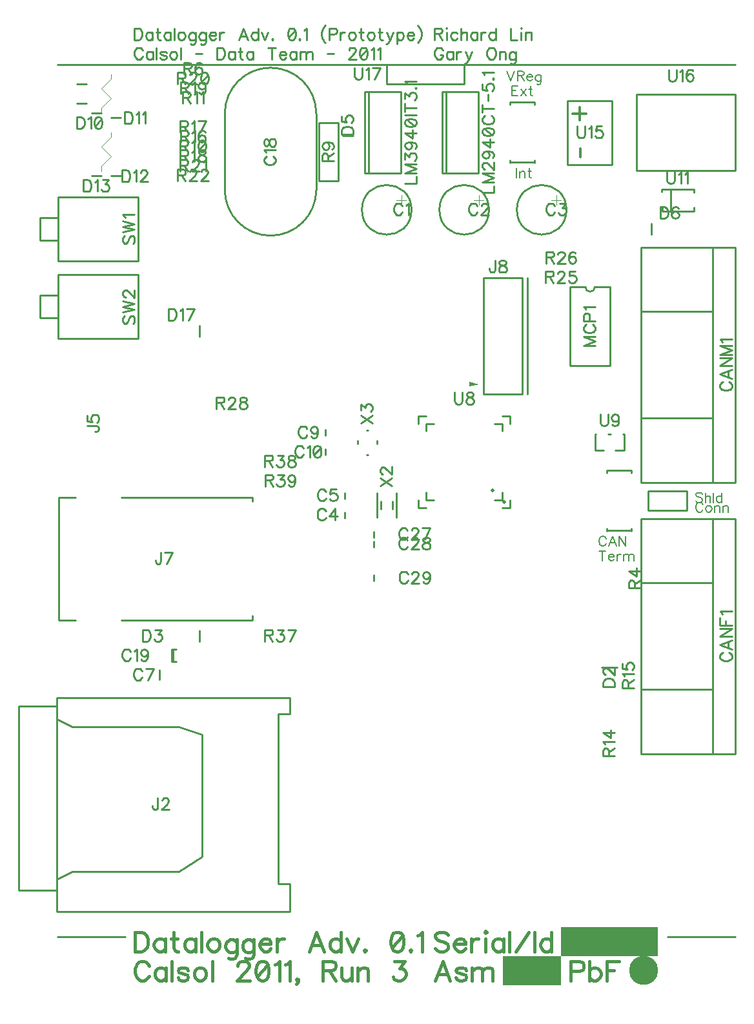
<source format=gbr>
G04 DipTrace 2.1.0.5*
%INTop Silk.gbr*%
%MOIN*%
%ADD10C,0.0098*%
%ADD11C,0.0055*%
%ADD12C,0.003*%
%ADD13C,0.05*%
%ADD14C,0.025*%
%ADD15C,0.01*%
%ADD16C,0.0125*%
%ADD17C,0.02*%
%ADD18C,0.1*%
%ADD19C,0.0013*%
%ADD20C,0.15*%
%ADD21C,0.0039*%
%ADD22R,0.0591X0.0591*%
%ADD23C,0.0591*%
%ADD24R,0.0433X0.0394*%
%ADD25R,0.0512X0.0591*%
%ADD26R,0.0591X0.0512*%
%ADD27R,0.0394X0.0433*%
%ADD28R,0.063X0.0709*%
%ADD29R,0.0886X0.0197*%
%ADD30R,0.1378X0.0807*%
%ADD31R,0.1535X0.0807*%
%ADD32C,0.0551*%
%ADD33C,0.0984*%
%ADD34R,0.0665X0.0665*%
%ADD35C,0.0665*%
%ADD36C,0.1874*%
%ADD37R,0.0748X0.0394*%
%ADD38R,0.0866X0.0551*%
%ADD39R,0.0354X0.0551*%
%ADD40C,0.0591*%
%ADD41C,0.0512*%
%ADD42R,0.1181X0.0433*%
%ADD43R,0.0787X0.1181*%
%ADD44R,0.0394X0.1181*%
%ADD45C,0.0709*%
%ADD46R,0.063X0.063*%
%ADD47C,0.063*%
%ADD48C,0.0142*%
%ADD49R,0.0315X0.0217*%
%ADD50C,0.06*%
%ADD51C,0.0669*%
%ADD52R,0.0512X0.0512*%
%ADD53C,0.0709*%
%ADD54R,0.0315X0.0512*%
%ADD55R,0.0512X0.0315*%
%ADD56R,0.0512X0.0236*%
%ADD57R,0.0138X0.0571*%
%ADD58C,0.0197*%
%ADD59R,0.0748X0.0098*%
%ADD60R,0.0098X0.0748*%
%ADD61R,0.0315X0.0354*%
%ADD62R,0.0669X0.0598*%
%ADD63C,0.0827*%
%ADD64C,0.1181*%
%ADD65C,0.126*%
%ADD66C,0.1772*%
%ADD67R,0.0394X0.0669*%
%ADD68R,0.0098X0.0472*%
%ADD69R,0.0472X0.0098*%
%ADD70R,0.0787X0.0787*%
%ADD71R,0.1811X0.0197*%
%ADD72R,0.1811X0.0315*%
%ADD73R,0.1535X0.1378*%
%ADD74C,0.1476*%
%ADD75R,0.0669X0.0394*%
%ADD76R,0.0394X0.0472*%
%ADD77C,0.22*%
%ADD78C,0.04*%
%ADD79C,0.0191*%
%ADD80C,0.0394*%
%ADD81C,0.0354*%
%ADD82C,0.0429*%
%ADD83C,0.1283*%
%ADD84C,0.038*%
%ADD85C,0.0315*%
%ADD86C,0.0276*%
%ADD87C,0.063*%
%ADD88C,0.0906*%
%ADD89C,0.1181*%
%ADD90C,0.128*%
%ADD91C,0.13*%
%ADD92C,0.0079*%
%ADD93C,0.0479*%
%ADD94C,0.0321*%
%ADD95C,0.2279*%
%ADD96C,0.2121*%
%ADD97R,0.0472X0.0551*%
%ADD98R,0.0315X0.0394*%
%ADD99R,0.0748X0.0472*%
%ADD100R,0.0591X0.0315*%
%ADD101C,0.1555*%
%ADD102C,0.1398*%
%ADD103R,0.1614X0.1457*%
%ADD104R,0.1457X0.1299*%
%ADD105R,0.189X0.0394*%
%ADD106R,0.1732X0.0236*%
%ADD107R,0.189X0.0276*%
%ADD108R,0.1732X0.0118*%
%ADD109R,0.0866X0.0866*%
%ADD110R,0.0709X0.0709*%
%ADD111R,0.0551X0.0177*%
%ADD112R,0.0394X0.002*%
%ADD113R,0.0177X0.0551*%
%ADD114R,0.002X0.0394*%
%ADD115R,0.0472X0.0748*%
%ADD116R,0.0315X0.0591*%
%ADD117C,0.185*%
%ADD118C,0.1693*%
%ADD119C,0.1339*%
%ADD120C,0.1102*%
%ADD121C,0.0906*%
%ADD122C,0.0748*%
%ADD123R,0.0748X0.0677*%
%ADD124R,0.0591X0.052*%
%ADD125R,0.0236X0.0276*%
%ADD126R,0.0177X0.0827*%
%ADD127R,0.002X0.0669*%
%ADD128R,0.0827X0.0177*%
%ADD129R,0.0669X0.002*%
%ADD130R,0.0217X0.065*%
%ADD131R,0.0059X0.0492*%
%ADD132R,0.0433X0.0157*%
%ADD133R,0.0591X0.0394*%
%ADD134R,0.0433X0.0236*%
%ADD135R,0.0394X0.0591*%
%ADD136R,0.0236X0.0433*%
%ADD137C,0.0787*%
%ADD138R,0.0433X0.0433*%
%ADD139C,0.0748*%
%ADD140C,0.0679*%
%ADD141C,0.0521*%
%ADD142R,0.0394X0.0295*%
%ADD143R,0.0236X0.0138*%
%ADD144R,0.0551X0.0551*%
%ADD145C,0.0787*%
%ADD146R,0.0472X0.126*%
%ADD147R,0.0315X0.1102*%
%ADD148R,0.0866X0.126*%
%ADD149R,0.0709X0.1102*%
%ADD150R,0.126X0.0512*%
%ADD151R,0.1102X0.0354*%
%ADD152C,0.0433*%
%ADD153C,0.0669*%
%ADD154C,0.0512*%
%ADD155R,0.0433X0.063*%
%ADD156R,0.0276X0.0472*%
%ADD157R,0.0945X0.063*%
%ADD158R,0.0787X0.0472*%
%ADD159R,0.0827X0.0472*%
%ADD160R,0.0669X0.0315*%
%ADD161C,0.1953*%
%ADD162C,0.1795*%
%ADD163C,0.0744*%
%ADD164C,0.0587*%
%ADD165R,0.0744X0.0744*%
%ADD166R,0.0587X0.0587*%
%ADD167C,0.1063*%
%ADD168C,0.0472*%
%ADD169R,0.1614X0.0886*%
%ADD170R,0.1457X0.0728*%
%ADD171R,0.1457X0.0886*%
%ADD172R,0.1299X0.0728*%
%ADD173R,0.0965X0.0276*%
%ADD174R,0.0807X0.0118*%
%ADD175R,0.0709X0.0787*%
%ADD176R,0.0551X0.063*%
%ADD177R,0.0472X0.0512*%
%ADD178R,0.0669X0.0591*%
%ADD179R,0.0512X0.0433*%
%ADD180R,0.0591X0.0669*%
%ADD181R,0.0433X0.0512*%
%ADD182R,0.0512X0.0472*%
%ADD183R,0.0354X0.0315*%
%ADD184R,0.0669X0.0669*%
%ADD185C,0.0093*%
%ADD186C,0.0077*%
%ADD187C,0.0154*%
%ADD188C,0.0062*%
%ADD189C,0.0124*%
%FSLAX44Y44*%
%SFA1B1*%
%OFA0B0*%
G04*
G70*
G90*
G75*
G01*
%LNTopSilk*%
%LPD*%
X15720Y40000D2*
D10*
G02X15720Y40000I1280J0D01*
G01*
X17750Y40750D2*
D21*
Y40250D1*
X17500Y40500D2*
X18000D1*
X19720Y40000D2*
D10*
G02X19720Y40000I1280J0D01*
G01*
X21750Y40750D2*
D21*
Y40250D1*
X21500Y40500D2*
X22000D1*
X23720Y40000D2*
D10*
G02X23720Y40000I1280J0D01*
G01*
X25750Y40750D2*
D21*
Y40250D1*
X25500Y40500D2*
X26000D1*
X14831Y24093D2*
D10*
Y24407D1*
Y25093D2*
Y25407D1*
X5252Y15744D2*
Y16256D1*
X13831Y28343D2*
Y28657D1*
Y27343D2*
Y27657D1*
X13362Y44969D2*
Y41031D1*
X8638Y44969D2*
Y41031D1*
X13362Y44969D2*
G03X8638Y44969I-2362J0D01*
G01*
X13362Y41031D2*
G02X8638Y41031I-2362J0D01*
G01*
X5957Y16685D2*
Y17315D1*
X5882Y16685D2*
Y17315D1*
Y16685D2*
X6118D1*
X5882Y17315D2*
X6118D1*
X30128Y20753D2*
X33830D1*
X35010Y24063D2*
Y11937D1*
X30128Y15247D2*
X33830D1*
X30128Y24063D2*
Y11937D1*
Y24063D2*
X35010D1*
X30128Y11937D2*
X35010D1*
X33830Y24063D2*
Y11937D1*
Y25937D2*
Y38063D1*
X35010Y25937D2*
X30128D1*
X35010Y38063D2*
X30128D1*
Y25937D2*
Y38063D1*
X33830Y29247D2*
X30128D1*
X35010Y25937D2*
Y38063D1*
X33830Y34753D2*
X30128D1*
X28894Y16398D2*
X28106D1*
X7339Y17724D2*
Y18276D1*
X15276Y43839D2*
X14724D1*
X30661Y39276D2*
Y38724D1*
X2250Y45000D2*
X1750D1*
X1500Y45500D2*
X1000D1*
X1500Y46500D2*
X1000D1*
X2750Y44750D2*
X3250D1*
X2750Y41750D2*
X3250D1*
X1750D2*
X2250D1*
X11984Y14826D2*
Y14000D1*
X11394D1*
Y5241D1*
X11984D1*
Y3804D1*
X-24D1*
Y14826D1*
X11984D1*
X11499Y15000D2*
X-24Y13724D2*
X764Y13331D1*
X6275D1*
X7457Y12937D1*
Y6637D1*
X6275Y5850D1*
X764D1*
X-24Y5456D1*
Y14394D2*
X-1992D1*
Y4886D1*
X-24D1*
G36*
X21250Y30875D2*
Y31125D1*
X21750Y31000D1*
X21250Y30875D1*
G37*
X22000Y30500D2*
D10*
X24000D1*
Y36500D1*
X22000D1*
Y30500D1*
X24250D2*
Y36500D1*
X20074Y41894D2*
Y46106D1*
X19878Y41894D2*
Y46106D1*
X21728Y41894D2*
Y46106D1*
Y41894D2*
X19878D1*
X21728Y46106D2*
X19878D1*
X16074Y41894D2*
Y46106D1*
X15878Y41894D2*
Y46106D1*
X17728Y41894D2*
Y46106D1*
Y41894D2*
X15878D1*
X17728Y46106D2*
X15878D1*
X27249Y36028D2*
G03X27751Y36028I251J0D01*
G01*
X26455D2*
X27249D1*
X27751D2*
X28545D1*
X26455Y31972D2*
X28545D1*
X26455Y36028D2*
Y31972D1*
X28545Y36028D2*
Y31972D1*
X14500Y44501D2*
Y41499D1*
X13500D2*
X14500D1*
X13500Y44501D2*
Y41499D1*
Y44501D2*
X14500D1*
X28370Y23445D2*
X29630D1*
X28370Y26555D2*
X29630D1*
X28375Y23437D2*
Y23563D1*
X29624Y23437D2*
Y23563D1*
X28375Y26562D2*
Y26437D1*
X29624Y26562D2*
Y26437D1*
X4172Y40654D2*
X19D1*
Y37346D1*
X4172D1*
Y40654D1*
X19Y39591D2*
X-897D1*
Y38409D1*
X19D1*
Y39591D1*
X4172Y36654D2*
X19D1*
Y33346D1*
X4172D1*
Y36654D1*
X19Y35591D2*
X-897D1*
Y34409D1*
X19D1*
Y35591D1*
X16508Y24120D2*
Y25380D1*
X17492Y24120D2*
Y25380D1*
X16705Y24553D2*
Y24947D1*
X17295Y24553D2*
Y24947D1*
X24630Y45555D2*
X23370D1*
X24630Y42445D2*
X23370D1*
X24625Y45563D2*
Y45437D1*
X23376Y45563D2*
Y45437D1*
X24625Y42438D2*
Y42563D1*
X23376Y42438D2*
Y42563D1*
X30500Y25500D2*
Y24500D1*
X32500Y25500D2*
X30500D1*
X32500D2*
Y24500D1*
X30500D1*
X22969Y25425D2*
Y25031D1*
X22575D1*
X23362D2*
Y24638D1*
X22969D1*
X19425Y25031D2*
X19031D1*
Y25425D1*
X18638Y25031D2*
Y24638D1*
X19031D1*
X19425Y28969D2*
X19031D1*
Y28575D1*
X18638Y28969D2*
Y29362D1*
X19031D1*
X22575Y28969D2*
X22969D1*
Y28575D1*
X23362Y28969D2*
Y29362D1*
X22969D1*
D58*
X22477Y25523D3*
X23067Y24933D3*
X28437Y28419D2*
D10*
X28563D1*
X29187D2*
X29250D1*
X27813D2*
X27750D1*
X29250D2*
Y27606D1*
X28812D1*
X28188D2*
X27750D1*
Y28356D1*
Y28419D1*
X7339Y33474D2*
Y34026D1*
X32870Y39940D2*
X31230D1*
X32860Y41070D2*
X31220D1*
X32860Y41060D2*
Y40890D1*
Y39940D2*
Y40120D1*
X31230Y39940D2*
Y40110D1*
X31210Y41060D2*
Y40920D1*
X31660Y41060D2*
Y39970D1*
X26338Y42339D2*
X28642D1*
Y45614D1*
X26338D1*
Y42339D1*
X35000Y45969D2*
X29882D1*
Y42031D1*
X35000D1*
Y45969D1*
X17000Y47500D2*
Y46500D1*
X21000Y47500D2*
X17000D1*
X21000Y46500D2*
X17000D1*
X21000Y47500D2*
Y46500D1*
X16039Y28630D2*
X15961D1*
X16039Y27370D2*
X15961D1*
X16492Y28079D2*
Y27921D1*
X15508Y28079D2*
Y27921D1*
X945Y25169D2*
X79D1*
Y18831D1*
X945D1*
X3307Y25169D2*
X10078D1*
Y24953D1*
Y19047D2*
Y18831D1*
X3307D1*
X16331Y23093D2*
Y23407D1*
Y22593D2*
Y22907D1*
Y20843D2*
Y21157D1*
X0Y47500D2*
D15*
X35000D1*
X0Y2500D2*
X3500D1*
X2750Y44000D2*
D19*
Y43750D1*
X2250Y43250D1*
X2750Y42750D1*
X2250Y42250D1*
Y42000D1*
X2750Y47000D2*
Y46750D1*
X2250Y46250D1*
X2750Y45750D1*
X2250Y45250D1*
Y45000D1*
G36*
X26000Y3000D2*
X31000D1*
Y1500D1*
X26000D1*
Y3000D1*
G37*
X31500Y2500D2*
D15*
X35000D1*
D20*
X30250Y750D3*
G36*
X23000Y1500D2*
X26000D1*
Y0D1*
X23000D1*
Y1500D1*
G37*
X17801Y40194D2*
D185*
X17772Y40251D1*
D2*
X17714Y40309D1*
D2*
X17657Y40338D1*
D2*
X17543D1*
D2*
X17485Y40309D1*
D2*
X17428Y40251D1*
D2*
X17399Y40194D1*
D2*
X17370Y40108D1*
D2*
Y39964D1*
D2*
X17399Y39879D1*
D2*
X17428Y39821D1*
D2*
X17485Y39764D1*
D2*
X17543Y39735D1*
D2*
X17657D1*
D2*
X17714Y39764D1*
D2*
X17772Y39821D1*
D2*
X17801Y39879D1*
X17986Y40222D2*
X18044Y40251D1*
D2*
X18130Y40337D1*
D2*
Y39735D1*
X21672Y40194D2*
X21643Y40251D1*
D2*
X21585Y40309D1*
D2*
X21528Y40338D1*
D2*
X21414D1*
D2*
X21356Y40309D1*
D2*
X21299Y40251D1*
D2*
X21270Y40194D1*
D2*
X21241Y40108D1*
D2*
Y39964D1*
D2*
X21270Y39879D1*
D2*
X21299Y39821D1*
D2*
X21356Y39764D1*
D2*
X21414Y39735D1*
D2*
X21528D1*
D2*
X21585Y39764D1*
D2*
X21643Y39821D1*
D2*
X21672Y39879D1*
X21886Y40194D2*
Y40222D1*
D2*
X21915Y40280D1*
D2*
X21943Y40308D1*
D2*
X22001Y40337D1*
D2*
X22116D1*
D2*
X22173Y40308D1*
D2*
X22201Y40280D1*
D2*
X22230Y40222D1*
D2*
Y40165D1*
D2*
X22201Y40107D1*
D2*
X22144Y40022D1*
D2*
X21857Y39735D1*
D2*
X22259D1*
X25672Y40194D2*
X25643Y40251D1*
D2*
X25585Y40309D1*
D2*
X25528Y40338D1*
D2*
X25414D1*
D2*
X25356Y40309D1*
D2*
X25299Y40251D1*
D2*
X25270Y40194D1*
D2*
X25241Y40108D1*
D2*
Y39964D1*
D2*
X25270Y39879D1*
D2*
X25299Y39821D1*
D2*
X25356Y39764D1*
D2*
X25414Y39735D1*
D2*
X25528D1*
D2*
X25585Y39764D1*
D2*
X25643Y39821D1*
D2*
X25672Y39879D1*
X25915Y40337D2*
X26230D1*
D2*
X26058Y40107D1*
D2*
X26144D1*
D2*
X26201Y40079D1*
D2*
X26230Y40050D1*
D2*
X26259Y39964D1*
D2*
Y39907D1*
D2*
X26230Y39821D1*
D2*
X26173Y39763D1*
D2*
X26086Y39735D1*
D2*
X26000D1*
D2*
X25915Y39763D1*
D2*
X25886Y39792D1*
D2*
X25857Y39849D1*
X13848Y24444D2*
X13820Y24501D1*
D2*
X13762Y24559D1*
D2*
X13705Y24588D1*
D2*
X13590D1*
D2*
X13533Y24559D1*
D2*
X13476Y24501D1*
D2*
X13446Y24444D1*
D2*
X13418Y24358D1*
D2*
Y24214D1*
D2*
X13446Y24129D1*
D2*
X13476Y24071D1*
D2*
X13533Y24014D1*
D2*
X13590Y23985D1*
D2*
X13705D1*
D2*
X13762Y24014D1*
D2*
X13820Y24071D1*
D2*
X13848Y24129D1*
X14321Y23985D2*
Y24587D1*
D2*
X14034Y24186D1*
D2*
X14464D1*
X13863Y25444D2*
X13834Y25501D1*
D2*
X13776Y25559D1*
D2*
X13719Y25588D1*
D2*
X13605D1*
D2*
X13547Y25559D1*
D2*
X13490Y25501D1*
D2*
X13461Y25444D1*
D2*
X13432Y25358D1*
D2*
Y25214D1*
D2*
X13461Y25129D1*
D2*
X13490Y25071D1*
D2*
X13547Y25014D1*
D2*
X13605Y24985D1*
D2*
X13719D1*
D2*
X13776Y25014D1*
D2*
X13834Y25071D1*
D2*
X13863Y25129D1*
X14392Y25587D2*
X14106D1*
D2*
X14077Y25329D1*
D2*
X14106Y25357D1*
D2*
X14192Y25387D1*
D2*
X14277D1*
D2*
X14364Y25357D1*
D2*
X14421Y25300D1*
D2*
X14450Y25214D1*
D2*
Y25157D1*
D2*
X14421Y25071D1*
D2*
X14364Y25013D1*
D2*
X14277Y24985D1*
D2*
X14192D1*
D2*
X14106Y25013D1*
D2*
X14077Y25042D1*
D2*
X14048Y25099D1*
X4363Y16194D2*
X4334Y16251D1*
D2*
X4276Y16309D1*
D2*
X4219Y16338D1*
D2*
X4105D1*
D2*
X4047Y16309D1*
D2*
X3990Y16251D1*
D2*
X3961Y16194D1*
D2*
X3932Y16108D1*
D2*
Y15964D1*
D2*
X3961Y15879D1*
D2*
X3990Y15821D1*
D2*
X4047Y15764D1*
D2*
X4105Y15735D1*
D2*
X4219D1*
D2*
X4276Y15764D1*
D2*
X4334Y15821D1*
D2*
X4363Y15879D1*
X4663Y15735D2*
X4950Y16337D1*
D2*
X4548D1*
X12877Y28694D2*
X12848Y28751D1*
D2*
X12791Y28809D1*
D2*
X12734Y28838D1*
D2*
X12619D1*
D2*
X12561Y28809D1*
D2*
X12504Y28751D1*
D2*
X12475Y28694D1*
D2*
X12446Y28608D1*
D2*
Y28464D1*
D2*
X12475Y28379D1*
D2*
X12504Y28321D1*
D2*
X12561Y28264D1*
D2*
X12619Y28235D1*
D2*
X12734D1*
D2*
X12791Y28264D1*
D2*
X12848Y28321D1*
D2*
X12877Y28379D1*
X13436Y28637D2*
X13406Y28550D1*
D2*
X13349Y28493D1*
D2*
X13263Y28464D1*
D2*
X13235D1*
D2*
X13148Y28493D1*
D2*
X13091Y28550D1*
D2*
X13062Y28637D1*
D2*
Y28665D1*
D2*
X13091Y28751D1*
D2*
X13148Y28808D1*
D2*
X13235Y28837D1*
D2*
X13263D1*
D2*
X13349Y28808D1*
D2*
X13406Y28751D1*
D2*
X13436Y28637D1*
D2*
Y28493D1*
D2*
X13406Y28349D1*
D2*
X13349Y28263D1*
D2*
X13263Y28235D1*
D2*
X13206D1*
D2*
X13120Y28263D1*
D2*
X13091Y28321D1*
X12698Y27694D2*
X12669Y27751D1*
D2*
X12612Y27809D1*
D2*
X12555Y27838D1*
D2*
X12440D1*
D2*
X12382Y27809D1*
D2*
X12325Y27751D1*
D2*
X12296Y27694D1*
D2*
X12268Y27608D1*
D2*
Y27464D1*
D2*
X12296Y27379D1*
D2*
X12325Y27321D1*
D2*
X12382Y27264D1*
D2*
X12440Y27235D1*
D2*
X12555D1*
D2*
X12612Y27264D1*
D2*
X12669Y27321D1*
D2*
X12698Y27379D1*
X12883Y27722D2*
X12941Y27751D1*
D2*
X13027Y27837D1*
D2*
Y27235D1*
X13385Y27837D2*
X13299Y27808D1*
D2*
X13241Y27722D1*
D2*
X13212Y27579D1*
D2*
Y27493D1*
D2*
X13241Y27349D1*
D2*
X13299Y27263D1*
D2*
X13385Y27235D1*
D2*
X13442D1*
D2*
X13528Y27263D1*
D2*
X13585Y27349D1*
D2*
X13614Y27493D1*
D2*
Y27579D1*
D2*
X13585Y27722D1*
D2*
X13528Y27808D1*
D2*
X13442Y27837D1*
D2*
X13385D1*
X13585Y27722D2*
X13241Y27349D1*
X1536Y28850D2*
X1995D1*
D2*
X2082Y28821D1*
D2*
X2110Y28792D1*
D2*
X2139Y28735D1*
D2*
Y28678D1*
D2*
X2110Y28621D1*
D2*
X2082Y28592D1*
D2*
X1995Y28563D1*
D2*
X1938D1*
X1537Y29379D2*
Y29093D1*
D2*
X1795Y29064D1*
D2*
X1767Y29093D1*
D2*
X1737Y29179D1*
D2*
Y29265D1*
D2*
X1767Y29351D1*
D2*
X1824Y29409D1*
D2*
X1910Y29437D1*
D2*
X1967D1*
D2*
X2053Y29409D1*
D2*
X2111Y29351D1*
D2*
X2139Y29265D1*
D2*
Y29179D1*
D2*
X2111Y29093D1*
D2*
X2082Y29064D1*
D2*
X2025Y29035D1*
X10806Y42757D2*
X10749Y42729D1*
D2*
X10691Y42671D1*
D2*
X10662Y42614D1*
D2*
Y42499D1*
D2*
X10691Y42442D1*
D2*
X10749Y42385D1*
D2*
X10806Y42355D1*
D2*
X10892Y42327D1*
D2*
X11036D1*
D2*
X11121Y42355D1*
D2*
X11179Y42385D1*
D2*
X11236Y42442D1*
D2*
X11265Y42499D1*
D2*
Y42614D1*
D2*
X11236Y42671D1*
D2*
X11179Y42729D1*
D2*
X11121Y42757D1*
X10778Y42943D2*
X10749Y43000D1*
D2*
X10663Y43087D1*
D2*
X11265D1*
X10663Y43415D2*
X10692Y43330D1*
D2*
X10749Y43300D1*
D2*
X10806D1*
D2*
X10863Y43330D1*
D2*
X10893Y43387D1*
D2*
X10921Y43501D1*
D2*
X10950Y43588D1*
D2*
X11007Y43645D1*
D2*
X11064Y43673D1*
D2*
X11151D1*
D2*
X11208Y43645D1*
D2*
X11237Y43616D1*
D2*
X11265Y43530D1*
D2*
Y43415D1*
D2*
X11237Y43330D1*
D2*
X11208Y43300D1*
D2*
X11151Y43272D1*
D2*
X11064D1*
D2*
X11007Y43300D1*
D2*
X10950Y43358D1*
D2*
X10921Y43444D1*
D2*
X10893Y43558D1*
D2*
X10863Y43616D1*
D2*
X10806Y43645D1*
D2*
X10749D1*
D2*
X10692Y43616D1*
D2*
X10663Y43530D1*
D2*
Y43415D1*
X3771Y17194D2*
X3743Y17251D1*
D2*
X3685Y17309D1*
D2*
X3628Y17338D1*
D2*
X3513D1*
D2*
X3456Y17309D1*
D2*
X3399Y17251D1*
D2*
X3369Y17194D1*
D2*
X3341Y17108D1*
D2*
Y16964D1*
D2*
X3369Y16879D1*
D2*
X3399Y16821D1*
D2*
X3456Y16764D1*
D2*
X3513Y16735D1*
D2*
X3628D1*
D2*
X3685Y16764D1*
D2*
X3743Y16821D1*
D2*
X3771Y16879D1*
X3957Y17222D2*
X4014Y17251D1*
D2*
X4100Y17337D1*
D2*
Y16735D1*
X4659Y17137D2*
X4630Y17050D1*
D2*
X4573Y16993D1*
D2*
X4487Y16964D1*
D2*
X4458D1*
D2*
X4372Y16993D1*
D2*
X4315Y17050D1*
D2*
X4286Y17137D1*
D2*
Y17165D1*
D2*
X4315Y17251D1*
D2*
X4372Y17308D1*
D2*
X4458Y17337D1*
D2*
X4487D1*
D2*
X4573Y17308D1*
D2*
X4630Y17251D1*
D2*
X4659Y17137D1*
D2*
Y16993D1*
D2*
X4630Y16849D1*
D2*
X4573Y16763D1*
D2*
X4487Y16735D1*
D2*
X4430D1*
D2*
X4343Y16763D1*
D2*
X4315Y16821D1*
X34357Y17155D2*
X34300Y17127D1*
D2*
X34242Y17069D1*
D2*
X34214Y17012D1*
D2*
Y16897D1*
D2*
X34242Y16840D1*
D2*
X34300Y16783D1*
D2*
X34357Y16753D1*
D2*
X34443Y16725D1*
D2*
X34587D1*
D2*
X34673Y16753D1*
D2*
X34731Y16783D1*
D2*
X34788Y16840D1*
D2*
X34817Y16897D1*
D2*
Y17012D1*
D2*
X34788Y17069D1*
D2*
X34731Y17127D1*
D2*
X34673Y17155D1*
X34817Y17800D2*
X34214Y17570D1*
D2*
X34817Y17341D1*
X34616Y17427D2*
Y17714D1*
X34214Y18387D2*
X34817D1*
D2*
X34214Y17985D1*
D2*
X34817D1*
X34214Y18946D2*
Y18573D1*
D2*
X34817D1*
X34501D2*
Y18802D1*
X34329Y19131D2*
X34300Y19189D1*
D2*
X34215Y19275D1*
D2*
X34817D1*
X34357Y31112D2*
X34300Y31084D1*
D2*
X34242Y31026D1*
D2*
X34214Y30969D1*
D2*
Y30854D1*
D2*
X34242Y30797D1*
D2*
X34300Y30740D1*
D2*
X34357Y30711D1*
D2*
X34443Y30682D1*
D2*
X34587D1*
D2*
X34673Y30711D1*
D2*
X34731Y30740D1*
D2*
X34788Y30797D1*
D2*
X34817Y30854D1*
D2*
Y30969D1*
D2*
X34788Y31026D1*
D2*
X34731Y31084D1*
D2*
X34673Y31112D1*
X34817Y31757D2*
X34214Y31527D1*
D2*
X34817Y31298D1*
X34616Y31384D2*
Y31671D1*
X34214Y32345D2*
X34817D1*
D2*
X34214Y31943D1*
D2*
X34817D1*
Y32989D2*
X34214D1*
D2*
X34817Y32759D1*
D2*
X34214Y32530D1*
D2*
X34817D1*
X34329Y33174D2*
X34300Y33232D1*
D2*
X34215Y33318D1*
D2*
X34817D1*
X28162Y15407D2*
X28765D1*
D2*
Y15608D1*
D2*
X28736Y15694D1*
D2*
X28679Y15752D1*
D2*
X28621Y15780D1*
D2*
X28536Y15809D1*
D2*
X28392D1*
D2*
X28306Y15780D1*
D2*
X28249Y15752D1*
D2*
X28191Y15694D1*
D2*
X28162Y15608D1*
D2*
Y15407D1*
X28306Y16023D2*
X28278D1*
D2*
X28220Y16052D1*
D2*
X28192Y16080D1*
D2*
X28163Y16138D1*
D2*
Y16253D1*
D2*
X28192Y16310D1*
D2*
X28220Y16338D1*
D2*
X28278Y16368D1*
D2*
X28335D1*
D2*
X28393Y16338D1*
D2*
X28478Y16281D1*
D2*
X28765Y15994D1*
D2*
Y16396D1*
X4399Y18338D2*
Y17735D1*
D2*
X4600D1*
D2*
X4686Y17764D1*
D2*
X4744Y17821D1*
D2*
X4773Y17879D1*
D2*
X4801Y17964D1*
D2*
Y18108D1*
D2*
X4773Y18194D1*
D2*
X4744Y18251D1*
D2*
X4686Y18309D1*
D2*
X4600Y18338D1*
D2*
X4399D1*
X5044Y18337D2*
X5359D1*
D2*
X5187Y18107D1*
D2*
X5274D1*
D2*
X5331Y18079D1*
D2*
X5359Y18050D1*
D2*
X5388Y17964D1*
D2*
Y17907D1*
D2*
X5359Y17821D1*
D2*
X5302Y17763D1*
D2*
X5216Y17735D1*
D2*
X5130D1*
D2*
X5044Y17763D1*
D2*
X5016Y17792D1*
D2*
X4986Y17849D1*
X14662Y43899D2*
X15265D1*
D2*
Y44100D1*
D2*
X15236Y44186D1*
D2*
X15179Y44244D1*
D2*
X15121Y44273D1*
D2*
X15036Y44301D1*
D2*
X14892D1*
D2*
X14806Y44273D1*
D2*
X14749Y44244D1*
D2*
X14691Y44186D1*
D2*
X14662Y44100D1*
D2*
Y43899D1*
X14663Y44831D2*
Y44544D1*
D2*
X14921Y44516D1*
D2*
X14893Y44544D1*
D2*
X14863Y44630D1*
D2*
Y44716D1*
D2*
X14893Y44802D1*
D2*
X14950Y44860D1*
D2*
X15036Y44888D1*
D2*
X15093D1*
D2*
X15179Y44860D1*
D2*
X15237Y44802D1*
D2*
X15265Y44716D1*
D2*
Y44630D1*
D2*
X15237Y44544D1*
D2*
X15208Y44516D1*
D2*
X15151Y44486D1*
X31126Y40154D2*
Y39551D1*
D2*
X31327D1*
D2*
X31414Y39581D1*
D2*
X31471Y39638D1*
D2*
X31500Y39695D1*
D2*
X31528Y39781D1*
D2*
Y39925D1*
D2*
X31500Y40011D1*
D2*
X31471Y40068D1*
D2*
X31414Y40126D1*
D2*
X31327Y40154D1*
D2*
X31126D1*
X32058Y40068D2*
X32029Y40125D1*
D2*
X31943Y40154D1*
D2*
X31886D1*
D2*
X31800Y40125D1*
D2*
X31742Y40039D1*
D2*
X31714Y39896D1*
D2*
Y39752D1*
D2*
X31742Y39638D1*
D2*
X31800Y39580D1*
D2*
X31886Y39551D1*
D2*
X31914D1*
D2*
X32000Y39580D1*
D2*
X32058Y39638D1*
D2*
X32086Y39724D1*
D2*
Y39752D1*
D2*
X32058Y39839D1*
D2*
X32000Y39896D1*
D2*
X31914Y39924D1*
D2*
X31886D1*
D2*
X31800Y39896D1*
D2*
X31742Y39839D1*
D2*
X31714Y39752D1*
X988Y44796D2*
Y44194D1*
D2*
X1189D1*
D2*
X1276Y44223D1*
D2*
X1333Y44280D1*
D2*
X1362Y44338D1*
D2*
X1390Y44423D1*
D2*
Y44567D1*
D2*
X1362Y44653D1*
D2*
X1333Y44710D1*
D2*
X1276Y44768D1*
D2*
X1189Y44796D1*
D2*
X988D1*
X1576Y44681D2*
X1633Y44710D1*
D2*
X1720Y44796D1*
D2*
Y44194D1*
X2077Y44796D2*
X1991Y44767D1*
D2*
X1933Y44681D1*
D2*
X1905Y44538D1*
D2*
Y44452D1*
D2*
X1933Y44308D1*
D2*
X1991Y44222D1*
D2*
X2077Y44194D1*
D2*
X2134D1*
D2*
X2221Y44222D1*
D2*
X2278Y44308D1*
D2*
X2307Y44452D1*
D2*
Y44538D1*
D2*
X2278Y44681D1*
D2*
X2221Y44767D1*
D2*
X2134Y44796D1*
D2*
X2077D1*
X2278Y44681D2*
X1933Y44308D1*
X3470Y45046D2*
Y44444D1*
D2*
X3671D1*
D2*
X3757Y44473D1*
D2*
X3815Y44530D1*
D2*
X3843Y44588D1*
D2*
X3872Y44673D1*
D2*
Y44817D1*
D2*
X3843Y44903D1*
D2*
X3815Y44960D1*
D2*
X3757Y45018D1*
D2*
X3671Y45046D1*
D2*
X3470D1*
X4057Y44931D2*
X4115Y44960D1*
D2*
X4201Y45046D1*
D2*
Y44444D1*
X4386Y44931D2*
X4444Y44960D1*
D2*
X4530Y45046D1*
D2*
Y44444D1*
X3341Y42046D2*
Y41444D1*
D2*
X3542D1*
D2*
X3628Y41473D1*
D2*
X3686Y41530D1*
D2*
X3714Y41588D1*
D2*
X3743Y41673D1*
D2*
Y41817D1*
D2*
X3714Y41903D1*
D2*
X3686Y41960D1*
D2*
X3628Y42018D1*
D2*
X3542Y42046D1*
D2*
X3341D1*
X3928Y41931D2*
X3986Y41960D1*
D2*
X4072Y42046D1*
D2*
Y41444D1*
X4286Y41903D2*
Y41931D1*
D2*
X4315Y41989D1*
D2*
X4343Y42017D1*
D2*
X4401Y42046D1*
D2*
X4516D1*
D2*
X4573Y42017D1*
D2*
X4601Y41989D1*
D2*
X4631Y41931D1*
D2*
Y41874D1*
D2*
X4601Y41816D1*
D2*
X4544Y41731D1*
D2*
X4257Y41444D1*
D2*
X4659D1*
X1341Y41546D2*
Y40944D1*
D2*
X1542D1*
D2*
X1628Y40973D1*
D2*
X1686Y41030D1*
D2*
X1714Y41088D1*
D2*
X1743Y41173D1*
D2*
Y41317D1*
D2*
X1714Y41403D1*
D2*
X1686Y41460D1*
D2*
X1628Y41518D1*
D2*
X1542Y41546D1*
D2*
X1341D1*
X1928Y41431D2*
X1986Y41460D1*
D2*
X2072Y41546D1*
D2*
Y40944D1*
X2315Y41546D2*
X2630D1*
D2*
X2458Y41316D1*
D2*
X2544D1*
D2*
X2601Y41288D1*
D2*
X2630Y41259D1*
D2*
X2659Y41173D1*
D2*
Y41116D1*
D2*
X2630Y41030D1*
D2*
X2573Y40972D1*
D2*
X2487Y40944D1*
D2*
X2400D1*
D2*
X2315Y40972D1*
D2*
X2286Y41001D1*
D2*
X2257Y41058D1*
X5181Y9653D2*
Y9194D1*
D2*
X5152Y9107D1*
D2*
X5123Y9079D1*
D2*
X5066Y9050D1*
D2*
X5008D1*
D2*
X4951Y9079D1*
D2*
X4923Y9107D1*
D2*
X4894Y9194D1*
D2*
Y9251D1*
X5395Y9509D2*
Y9537D1*
D2*
X5424Y9595D1*
D2*
X5452Y9623D1*
D2*
X5510Y9652D1*
D2*
X5625D1*
D2*
X5682Y9623D1*
D2*
X5710Y9595D1*
D2*
X5739Y9537D1*
D2*
Y9480D1*
D2*
X5710Y9422D1*
D2*
X5653Y9337D1*
D2*
X5366Y9050D1*
D2*
X5768D1*
X22600Y37379D2*
Y36920D1*
D2*
X22572Y36833D1*
D2*
X22543Y36805D1*
D2*
X22486Y36776D1*
D2*
X22428D1*
D2*
X22371Y36805D1*
D2*
X22342Y36833D1*
D2*
X22313Y36920D1*
D2*
Y36977D1*
X22929Y37378D2*
X22843Y37349D1*
D2*
X22814Y37292D1*
D2*
Y37235D1*
D2*
X22843Y37178D1*
D2*
X22900Y37149D1*
D2*
X23015Y37120D1*
D2*
X23101Y37091D1*
D2*
X23158Y37034D1*
D2*
X23187Y36977D1*
D2*
Y36891D1*
D2*
X23158Y36833D1*
D2*
X23130Y36804D1*
D2*
X23044Y36776D1*
D2*
X22929D1*
D2*
X22843Y36804D1*
D2*
X22814Y36833D1*
D2*
X22786Y36891D1*
D2*
Y36977D1*
D2*
X22814Y37034D1*
D2*
X22872Y37091D1*
D2*
X22957Y37120D1*
D2*
X23072Y37149D1*
D2*
X23130Y37178D1*
D2*
X23158Y37235D1*
D2*
Y37292D1*
D2*
X23130Y37349D1*
D2*
X23044Y37378D1*
D2*
X22929D1*
X21932Y40892D2*
X22535D1*
D2*
Y41236D1*
Y41880D2*
X21932D1*
D2*
X22535Y41651D1*
D2*
X21932Y41421D1*
D2*
X22535D1*
X22076Y42095D2*
X22047D1*
D2*
X21990Y42123D1*
D2*
X21961Y42152D1*
D2*
X21933Y42209D1*
D2*
Y42324D1*
D2*
X21961Y42381D1*
D2*
X21990Y42410D1*
D2*
X22047Y42439D1*
D2*
X22104D1*
D2*
X22162Y42410D1*
D2*
X22248Y42353D1*
D2*
X22535Y42066D1*
D2*
Y42467D1*
X22133Y43026D2*
X22219Y42997D1*
D2*
X22277Y42940D1*
D2*
X22305Y42854D1*
D2*
Y42825D1*
D2*
X22277Y42739D1*
D2*
X22219Y42682D1*
D2*
X22133Y42653D1*
D2*
X22104D1*
D2*
X22018Y42682D1*
D2*
X21961Y42739D1*
D2*
X21933Y42825D1*
D2*
Y42854D1*
D2*
X21961Y42940D1*
D2*
X22018Y42997D1*
D2*
X22133Y43026D1*
D2*
X22277D1*
D2*
X22420Y42997D1*
D2*
X22506Y42940D1*
D2*
X22535Y42854D1*
D2*
Y42797D1*
D2*
X22506Y42710D1*
D2*
X22449Y42682D1*
X22535Y43499D2*
X21933D1*
D2*
X22334Y43211D1*
D2*
Y43642D1*
X21933Y44000D2*
X21961Y43913D1*
D2*
X22047Y43856D1*
D2*
X22191Y43827D1*
D2*
X22277D1*
D2*
X22420Y43856D1*
D2*
X22506Y43913D1*
D2*
X22535Y44000D1*
D2*
Y44057D1*
D2*
X22506Y44143D1*
D2*
X22420Y44200D1*
D2*
X22277Y44229D1*
D2*
X22191D1*
D2*
X22047Y44200D1*
D2*
X21961Y44143D1*
D2*
X21933Y44057D1*
D2*
Y44000D1*
X22047Y44200D2*
X22420Y43856D1*
X22075Y44845D2*
X22018Y44816D1*
D2*
X21960Y44759D1*
D2*
X21932Y44701D1*
D2*
Y44587D1*
D2*
X21960Y44529D1*
D2*
X22018Y44472D1*
D2*
X22075Y44443D1*
D2*
X22161Y44414D1*
D2*
X22305D1*
D2*
X22391Y44443D1*
D2*
X22449Y44472D1*
D2*
X22506Y44529D1*
D2*
X22535Y44587D1*
D2*
Y44701D1*
D2*
X22506Y44759D1*
D2*
X22449Y44816D1*
D2*
X22391Y44845D1*
X21932Y45231D2*
X22535D1*
X21932Y45030D2*
Y45432D1*
X22234Y45617D2*
Y45949D1*
X21933Y46478D2*
Y46192D1*
D2*
X22191Y46163D1*
D2*
X22162Y46192D1*
D2*
X22133Y46278D1*
D2*
Y46364D1*
D2*
X22162Y46450D1*
D2*
X22219Y46507D1*
D2*
X22305Y46536D1*
D2*
X22362D1*
D2*
X22449Y46507D1*
D2*
X22506Y46450D1*
D2*
X22535Y46364D1*
D2*
Y46278D1*
D2*
X22506Y46192D1*
D2*
X22477Y46163D1*
D2*
X22420Y46134D1*
X22477Y46750D2*
X22506Y46721D1*
D2*
X22535Y46750D1*
D2*
X22506Y46779D1*
D2*
X22477Y46750D1*
X22047Y46964D2*
X22018Y47022D1*
D2*
X21933Y47108D1*
D2*
X22535D1*
X17932Y41365D2*
X18535D1*
D2*
Y41710D1*
Y42354D2*
X17932D1*
D2*
X18535Y42124D1*
D2*
X17932Y41895D1*
D2*
X18535D1*
X17933Y42597D2*
Y42912D1*
D2*
X18162Y42740D1*
D2*
Y42826D1*
D2*
X18191Y42883D1*
D2*
X18219Y42912D1*
D2*
X18305Y42941D1*
D2*
X18362D1*
D2*
X18449Y42912D1*
D2*
X18506Y42855D1*
D2*
X18535Y42769D1*
D2*
Y42682D1*
D2*
X18506Y42597D1*
D2*
X18477Y42568D1*
D2*
X18420Y42539D1*
X18133Y43500D2*
X18219Y43471D1*
D2*
X18277Y43414D1*
D2*
X18305Y43327D1*
D2*
Y43299D1*
D2*
X18277Y43213D1*
D2*
X18219Y43156D1*
D2*
X18133Y43126D1*
D2*
X18104D1*
D2*
X18018Y43156D1*
D2*
X17961Y43213D1*
D2*
X17933Y43299D1*
D2*
Y43327D1*
D2*
X17961Y43414D1*
D2*
X18018Y43471D1*
D2*
X18133Y43500D1*
D2*
X18277D1*
D2*
X18420Y43471D1*
D2*
X18506Y43414D1*
D2*
X18535Y43327D1*
D2*
Y43270D1*
D2*
X18506Y43184D1*
D2*
X18449Y43156D1*
X18535Y43972D2*
X17933D1*
D2*
X18334Y43685D1*
D2*
Y44116D1*
X17933Y44473D2*
X17961Y44387D1*
D2*
X18047Y44329D1*
D2*
X18191Y44301D1*
D2*
X18277D1*
D2*
X18420Y44329D1*
D2*
X18506Y44387D1*
D2*
X18535Y44473D1*
D2*
Y44530D1*
D2*
X18506Y44616D1*
D2*
X18420Y44674D1*
D2*
X18277Y44703D1*
D2*
X18191D1*
D2*
X18047Y44674D1*
D2*
X17961Y44616D1*
D2*
X17933Y44530D1*
D2*
Y44473D1*
X18047Y44674D2*
X18420Y44329D1*
X17932Y44888D2*
X18535D1*
X17932Y45274D2*
X18535D1*
X17932Y45073D2*
Y45475D1*
X17933Y45718D2*
Y46033D1*
D2*
X18162Y45861D1*
D2*
Y45948D1*
D2*
X18191Y46005D1*
D2*
X18219Y46033D1*
D2*
X18305Y46062D1*
D2*
X18362D1*
D2*
X18449Y46033D1*
D2*
X18506Y45976D1*
D2*
X18535Y45890D1*
D2*
Y45804D1*
D2*
X18506Y45718D1*
D2*
X18477Y45690D1*
D2*
X18420Y45660D1*
X18477Y46276D2*
X18506Y46248D1*
D2*
X18535Y46276D1*
D2*
X18506Y46305D1*
D2*
X18477Y46276D1*
X18047Y46491D2*
X18018Y46548D1*
D2*
X17933Y46635D1*
D2*
X18535D1*
X27765Y33463D2*
X27162D1*
D2*
X27765Y33234D1*
D2*
X27162Y33004D1*
D2*
X27765D1*
X27306Y34079D2*
X27249Y34051D1*
D2*
X27191Y33993D1*
D2*
X27162Y33936D1*
D2*
Y33821D1*
D2*
X27191Y33763D1*
D2*
X27249Y33706D1*
D2*
X27306Y33677D1*
D2*
X27392Y33649D1*
D2*
X27536D1*
D2*
X27621Y33677D1*
D2*
X27679Y33706D1*
D2*
X27736Y33763D1*
D2*
X27765Y33821D1*
D2*
Y33936D1*
D2*
X27736Y33993D1*
D2*
X27679Y34051D1*
D2*
X27621Y34079D1*
X27478Y34264D2*
Y34523D1*
D2*
X27450Y34609D1*
D2*
X27420Y34638D1*
D2*
X27363Y34666D1*
D2*
X27277D1*
D2*
X27220Y34638D1*
D2*
X27191Y34609D1*
D2*
X27162Y34523D1*
D2*
Y34264D1*
D2*
X27765D1*
X27278Y34852D2*
X27249Y34909D1*
D2*
X27163Y34996D1*
D2*
X27765D1*
X10726Y26050D2*
X10984D1*
D2*
X11070Y26080D1*
D2*
X11100Y26108D1*
D2*
X11128Y26165D1*
D2*
Y26223D1*
D2*
X11100Y26280D1*
D2*
X11070Y26309D1*
D2*
X10984Y26338D1*
D2*
X10726D1*
D2*
Y25735D1*
X10927Y26050D2*
X11128Y25735D1*
X11371Y26337D2*
X11686D1*
D2*
X11514Y26107D1*
D2*
X11600D1*
D2*
X11658Y26079D1*
D2*
X11686Y26050D1*
D2*
X11715Y25964D1*
D2*
Y25907D1*
D2*
X11686Y25821D1*
D2*
X11629Y25763D1*
D2*
X11543Y25735D1*
D2*
X11457D1*
D2*
X11371Y25763D1*
D2*
X11342Y25792D1*
D2*
X11313Y25849D1*
X12274Y26137D2*
X12245Y26050D1*
D2*
X12188Y25993D1*
D2*
X12101Y25964D1*
D2*
X12073D1*
D2*
X11987Y25993D1*
D2*
X11930Y26050D1*
D2*
X11900Y26137D1*
D2*
Y26165D1*
D2*
X11930Y26251D1*
D2*
X11987Y26308D1*
D2*
X12073Y26337D1*
D2*
X12101D1*
D2*
X12188Y26308D1*
D2*
X12245Y26251D1*
D2*
X12274Y26137D1*
D2*
Y25993D1*
D2*
X12245Y25849D1*
D2*
X12188Y25763D1*
D2*
X12101Y25735D1*
D2*
X12044D1*
D2*
X11958Y25763D1*
D2*
X11930Y25821D1*
X29786Y20491D2*
Y20749D1*
D2*
X29757Y20835D1*
D2*
X29728Y20865D1*
D2*
X29671Y20893D1*
D2*
X29614D1*
D2*
X29556Y20865D1*
D2*
X29527Y20835D1*
D2*
X29499Y20749D1*
D2*
Y20491D1*
D2*
X30102D1*
X29786Y20692D2*
X30102Y20893D1*
Y21366D2*
X29499D1*
D2*
X29901Y21078D1*
D2*
Y21509D1*
X6520Y47300D2*
X6778D1*
D2*
X6864Y47330D1*
D2*
X6893Y47358D1*
D2*
X6922Y47415D1*
D2*
Y47473D1*
D2*
X6893Y47530D1*
D2*
X6864Y47559D1*
D2*
X6778Y47588D1*
D2*
X6520D1*
D2*
Y46985D1*
X6721Y47300D2*
X6922Y46985D1*
X7451Y47501D2*
X7423Y47558D1*
D2*
X7337Y47587D1*
D2*
X7280D1*
D2*
X7193Y47558D1*
D2*
X7136Y47472D1*
D2*
X7107Y47329D1*
D2*
Y47186D1*
D2*
X7136Y47071D1*
D2*
X7193Y47013D1*
D2*
X7280Y46985D1*
D2*
X7308D1*
D2*
X7394Y47013D1*
D2*
X7451Y47071D1*
D2*
X7480Y47157D1*
D2*
Y47186D1*
D2*
X7451Y47272D1*
D2*
X7394Y47329D1*
D2*
X7308Y47357D1*
D2*
X7280D1*
D2*
X7193Y47329D1*
D2*
X7136Y47272D1*
D2*
X7107Y47186D1*
X13950Y42520D2*
Y42778D1*
D2*
X13920Y42864D1*
D2*
X13892Y42893D1*
D2*
X13835Y42922D1*
D2*
X13777D1*
D2*
X13720Y42893D1*
D2*
X13691Y42864D1*
D2*
X13662Y42778D1*
D2*
Y42520D1*
D2*
X14265D1*
X13950Y42721D2*
X14265Y42922D1*
X13863Y43480D2*
X13950Y43451D1*
D2*
X14007Y43394D1*
D2*
X14036Y43308D1*
D2*
Y43279D1*
D2*
X14007Y43193D1*
D2*
X13950Y43136D1*
D2*
X13863Y43107D1*
D2*
X13835D1*
D2*
X13749Y43136D1*
D2*
X13692Y43193D1*
D2*
X13663Y43279D1*
D2*
Y43308D1*
D2*
X13692Y43394D1*
D2*
X13749Y43451D1*
D2*
X13863Y43480D1*
D2*
X14007D1*
D2*
X14151Y43451D1*
D2*
X14237Y43394D1*
D2*
X14265Y43308D1*
D2*
Y43251D1*
D2*
X14237Y43165D1*
D2*
X14179Y43136D1*
X6341Y43300D2*
X6599D1*
D2*
X6685Y43330D1*
D2*
X6714Y43358D1*
D2*
X6743Y43415D1*
D2*
Y43473D1*
D2*
X6714Y43530D1*
D2*
X6685Y43559D1*
D2*
X6599Y43588D1*
D2*
X6341D1*
D2*
Y42985D1*
X6542Y43300D2*
X6743Y42985D1*
X6928Y43472D2*
X6986Y43501D1*
D2*
X7072Y43587D1*
D2*
Y42985D1*
X7430Y43587D2*
X7343Y43558D1*
D2*
X7286Y43472D1*
D2*
X7257Y43329D1*
D2*
Y43243D1*
D2*
X7286Y43099D1*
D2*
X7343Y43013D1*
D2*
X7430Y42985D1*
D2*
X7487D1*
D2*
X7573Y43013D1*
D2*
X7630Y43099D1*
D2*
X7659Y43243D1*
D2*
Y43329D1*
D2*
X7630Y43472D1*
D2*
X7573Y43558D1*
D2*
X7487Y43587D1*
D2*
X7430D1*
X7630Y43472D2*
X7286Y43099D1*
X6470Y45800D2*
X6728D1*
D2*
X6814Y45830D1*
D2*
X6843Y45858D1*
D2*
X6872Y45915D1*
D2*
Y45973D1*
D2*
X6843Y46030D1*
D2*
X6814Y46059D1*
D2*
X6728Y46088D1*
D2*
X6470D1*
D2*
Y45485D1*
X6671Y45800D2*
X6872Y45485D1*
X7057Y45972D2*
X7115Y46001D1*
D2*
X7201Y46087D1*
D2*
Y45485D1*
X7386Y45972D2*
X7444Y46001D1*
D2*
X7530Y46087D1*
D2*
Y45485D1*
X28450Y11827D2*
Y12085D1*
D2*
X28420Y12171D1*
D2*
X28392Y12200D1*
D2*
X28335Y12229D1*
D2*
X28277D1*
D2*
X28220Y12200D1*
D2*
X28191Y12171D1*
D2*
X28162Y12085D1*
D2*
Y11827D1*
D2*
X28765D1*
X28450Y12028D2*
X28765Y12229D1*
X28278Y12414D2*
X28249Y12471D1*
D2*
X28163Y12558D1*
D2*
X28765D1*
Y13030D2*
X28163D1*
D2*
X28564Y12743D1*
D2*
Y13173D1*
X29450Y15341D2*
Y15599D1*
D2*
X29420Y15685D1*
D2*
X29392Y15714D1*
D2*
X29335Y15743D1*
D2*
X29277D1*
D2*
X29220Y15714D1*
D2*
X29191Y15685D1*
D2*
X29162Y15599D1*
D2*
Y15341D1*
D2*
X29765D1*
X29450Y15542D2*
X29765Y15743D1*
X29278Y15928D2*
X29249Y15986D1*
D2*
X29163Y16072D1*
D2*
X29765D1*
X29163Y16601D2*
Y16315D1*
D2*
X29421Y16286D1*
D2*
X29393Y16315D1*
D2*
X29363Y16401D1*
D2*
Y16487D1*
D2*
X29393Y16573D1*
D2*
X29450Y16631D1*
D2*
X29536Y16659D1*
D2*
X29593D1*
D2*
X29679Y16631D1*
D2*
X29737Y16573D1*
D2*
X29765Y16487D1*
D2*
Y16401D1*
D2*
X29737Y16315D1*
D2*
X29708Y16286D1*
D2*
X29651Y16257D1*
X6355Y43800D2*
X6613D1*
D2*
X6700Y43830D1*
D2*
X6729Y43858D1*
D2*
X6757Y43915D1*
D2*
Y43973D1*
D2*
X6729Y44030D1*
D2*
X6700Y44059D1*
D2*
X6613Y44088D1*
D2*
X6355D1*
D2*
Y43485D1*
X6556Y43800D2*
X6757Y43485D1*
X6943Y43972D2*
X7000Y44001D1*
D2*
X7087Y44087D1*
D2*
Y43485D1*
X7616Y44001D2*
X7588Y44058D1*
D2*
X7501Y44087D1*
D2*
X7444D1*
D2*
X7358Y44058D1*
D2*
X7300Y43972D1*
D2*
X7272Y43829D1*
D2*
Y43686D1*
D2*
X7300Y43571D1*
D2*
X7358Y43513D1*
D2*
X7444Y43485D1*
D2*
X7473D1*
D2*
X7558Y43513D1*
D2*
X7616Y43571D1*
D2*
X7645Y43657D1*
D2*
Y43686D1*
D2*
X7616Y43772D1*
D2*
X7558Y43829D1*
D2*
X7473Y43857D1*
D2*
X7444D1*
D2*
X7358Y43829D1*
D2*
X7300Y43772D1*
D2*
X7272Y43686D1*
X6341Y44300D2*
X6599D1*
D2*
X6685Y44330D1*
D2*
X6714Y44358D1*
D2*
X6743Y44415D1*
D2*
Y44473D1*
D2*
X6714Y44530D1*
D2*
X6685Y44559D1*
D2*
X6599Y44588D1*
D2*
X6341D1*
D2*
Y43985D1*
X6542Y44300D2*
X6743Y43985D1*
X6928Y44472D2*
X6986Y44501D1*
D2*
X7072Y44587D1*
D2*
Y43985D1*
X7372D2*
X7659Y44587D1*
D2*
X7257D1*
X6341Y42800D2*
X6599D1*
D2*
X6685Y42830D1*
D2*
X6715Y42858D1*
D2*
X6743Y42915D1*
D2*
Y42973D1*
D2*
X6715Y43030D1*
D2*
X6685Y43059D1*
D2*
X6599Y43088D1*
D2*
X6341D1*
D2*
Y42485D1*
X6542Y42800D2*
X6743Y42485D1*
X6928Y42972D2*
X6986Y43001D1*
D2*
X7072Y43087D1*
D2*
Y42485D1*
X7401Y43087D2*
X7315Y43058D1*
D2*
X7286Y43001D1*
D2*
Y42944D1*
D2*
X7315Y42887D1*
D2*
X7372Y42857D1*
D2*
X7487Y42829D1*
D2*
X7573Y42800D1*
D2*
X7630Y42743D1*
D2*
X7659Y42686D1*
D2*
Y42599D1*
D2*
X7630Y42542D1*
D2*
X7602Y42513D1*
D2*
X7516Y42485D1*
D2*
X7401D1*
D2*
X7315Y42513D1*
D2*
X7286Y42542D1*
D2*
X7258Y42599D1*
D2*
Y42686D1*
D2*
X7286Y42743D1*
D2*
X7344Y42800D1*
D2*
X7429Y42829D1*
D2*
X7544Y42857D1*
D2*
X7602Y42887D1*
D2*
X7630Y42944D1*
D2*
Y43001D1*
D2*
X7602Y43058D1*
D2*
X7516Y43087D1*
D2*
X7401D1*
X6355Y46300D2*
X6613D1*
D2*
X6699Y46330D1*
D2*
X6729Y46358D1*
D2*
X6757Y46415D1*
D2*
Y46473D1*
D2*
X6729Y46530D1*
D2*
X6699Y46559D1*
D2*
X6613Y46588D1*
D2*
X6355D1*
D2*
Y45985D1*
X6556Y46300D2*
X6757Y45985D1*
X6942Y46472D2*
X7000Y46501D1*
D2*
X7086Y46587D1*
D2*
Y45985D1*
X7645Y46387D2*
X7616Y46300D1*
D2*
X7559Y46243D1*
D2*
X7472Y46214D1*
D2*
X7444D1*
D2*
X7358Y46243D1*
D2*
X7301Y46300D1*
D2*
X7271Y46387D1*
D2*
Y46415D1*
D2*
X7301Y46501D1*
D2*
X7358Y46558D1*
D2*
X7444Y46587D1*
D2*
X7472D1*
D2*
X7559Y46558D1*
D2*
X7616Y46501D1*
D2*
X7645Y46387D1*
D2*
Y46243D1*
D2*
X7616Y46099D1*
D2*
X7559Y46013D1*
D2*
X7472Y45985D1*
D2*
X7415D1*
D2*
X7329Y46013D1*
D2*
X7301Y46071D1*
X6212Y46800D2*
X6470D1*
D2*
X6556Y46830D1*
D2*
X6585Y46858D1*
D2*
X6614Y46915D1*
D2*
Y46973D1*
D2*
X6585Y47030D1*
D2*
X6556Y47059D1*
D2*
X6470Y47088D1*
D2*
X6212D1*
D2*
Y46485D1*
X6413Y46800D2*
X6614Y46485D1*
X6828Y46944D2*
Y46972D1*
D2*
X6857Y47030D1*
D2*
X6885Y47058D1*
D2*
X6943Y47087D1*
D2*
X7058D1*
D2*
X7115Y47058D1*
D2*
X7143Y47030D1*
D2*
X7172Y46972D1*
D2*
Y46915D1*
D2*
X7143Y46857D1*
D2*
X7086Y46772D1*
D2*
X6799Y46485D1*
D2*
X7201D1*
X7559Y47087D2*
X7472Y47058D1*
D2*
X7415Y46972D1*
D2*
X7386Y46829D1*
D2*
Y46743D1*
D2*
X7415Y46599D1*
D2*
X7472Y46513D1*
D2*
X7559Y46485D1*
D2*
X7616D1*
D2*
X7702Y46513D1*
D2*
X7759Y46599D1*
D2*
X7788Y46743D1*
D2*
Y46829D1*
D2*
X7759Y46972D1*
D2*
X7702Y47058D1*
D2*
X7616Y47087D1*
D2*
X7559D1*
X7759Y46972D2*
X7415Y46599D1*
X6341Y42300D2*
X6599D1*
D2*
X6685Y42330D1*
D2*
X6714Y42358D1*
D2*
X6743Y42415D1*
D2*
Y42473D1*
D2*
X6714Y42530D1*
D2*
X6685Y42559D1*
D2*
X6599Y42588D1*
D2*
X6341D1*
D2*
Y41985D1*
X6542Y42300D2*
X6743Y41985D1*
X6957Y42444D2*
Y42472D1*
D2*
X6986Y42530D1*
D2*
X7014Y42558D1*
D2*
X7072Y42587D1*
D2*
X7187D1*
D2*
X7244Y42558D1*
D2*
X7272Y42530D1*
D2*
X7301Y42472D1*
D2*
Y42415D1*
D2*
X7272Y42357D1*
D2*
X7215Y42272D1*
D2*
X6928Y41985D1*
D2*
X7330D1*
X7515Y42472D2*
X7573Y42501D1*
D2*
X7659Y42587D1*
D2*
Y41985D1*
X6212Y41800D2*
X6470D1*
D2*
X6556Y41830D1*
D2*
X6585Y41858D1*
D2*
X6614Y41915D1*
D2*
Y41973D1*
D2*
X6585Y42030D1*
D2*
X6556Y42059D1*
D2*
X6470Y42088D1*
D2*
X6212D1*
D2*
Y41485D1*
X6413Y41800D2*
X6614Y41485D1*
X6828Y41944D2*
Y41972D1*
D2*
X6857Y42030D1*
D2*
X6885Y42058D1*
D2*
X6943Y42087D1*
D2*
X7058D1*
D2*
X7115Y42058D1*
D2*
X7143Y42030D1*
D2*
X7172Y41972D1*
D2*
Y41915D1*
D2*
X7143Y41857D1*
D2*
X7086Y41772D1*
D2*
X6799Y41485D1*
D2*
X7201D1*
X7415Y41944D2*
Y41972D1*
D2*
X7444Y42030D1*
D2*
X7472Y42058D1*
D2*
X7530Y42087D1*
D2*
X7645D1*
D2*
X7702Y42058D1*
D2*
X7730Y42030D1*
D2*
X7760Y41972D1*
D2*
Y41915D1*
D2*
X7730Y41857D1*
D2*
X7673Y41772D1*
D2*
X7386Y41485D1*
D2*
X7788D1*
X25212Y36550D2*
X25470D1*
D2*
X25556Y36580D1*
D2*
X25585Y36608D1*
D2*
X25614Y36665D1*
D2*
Y36723D1*
D2*
X25585Y36780D1*
D2*
X25556Y36809D1*
D2*
X25470Y36838D1*
D2*
X25212D1*
D2*
Y36235D1*
X25413Y36550D2*
X25614Y36235D1*
X25828Y36694D2*
Y36722D1*
D2*
X25857Y36780D1*
D2*
X25885Y36808D1*
D2*
X25943Y36837D1*
D2*
X26058D1*
D2*
X26115Y36808D1*
D2*
X26143Y36780D1*
D2*
X26172Y36722D1*
D2*
Y36665D1*
D2*
X26143Y36607D1*
D2*
X26086Y36522D1*
D2*
X25799Y36235D1*
D2*
X26201D1*
X26730Y36837D2*
X26444D1*
D2*
X26415Y36579D1*
D2*
X26444Y36607D1*
D2*
X26530Y36637D1*
D2*
X26616D1*
D2*
X26702Y36607D1*
D2*
X26760Y36550D1*
D2*
X26788Y36464D1*
D2*
Y36407D1*
D2*
X26760Y36321D1*
D2*
X26702Y36263D1*
D2*
X26616Y36235D1*
D2*
X26530D1*
D2*
X26444Y36263D1*
D2*
X26415Y36292D1*
D2*
X26386Y36349D1*
X25226Y37550D2*
X25484D1*
D2*
X25571Y37580D1*
D2*
X25600Y37608D1*
D2*
X25628Y37665D1*
D2*
Y37723D1*
D2*
X25600Y37780D1*
D2*
X25571Y37809D1*
D2*
X25484Y37838D1*
D2*
X25226D1*
D2*
Y37235D1*
X25427Y37550D2*
X25628Y37235D1*
X25843Y37694D2*
Y37722D1*
D2*
X25871Y37780D1*
D2*
X25900Y37808D1*
D2*
X25958Y37837D1*
D2*
X26072D1*
D2*
X26129Y37808D1*
D2*
X26158Y37780D1*
D2*
X26187Y37722D1*
D2*
Y37665D1*
D2*
X26158Y37607D1*
D2*
X26101Y37522D1*
D2*
X25814Y37235D1*
D2*
X26216D1*
X26745Y37751D2*
X26717Y37808D1*
D2*
X26630Y37837D1*
D2*
X26573D1*
D2*
X26487Y37808D1*
D2*
X26429Y37722D1*
D2*
X26401Y37579D1*
D2*
Y37436D1*
D2*
X26429Y37321D1*
D2*
X26487Y37263D1*
D2*
X26573Y37235D1*
D2*
X26602D1*
D2*
X26687Y37263D1*
D2*
X26745Y37321D1*
D2*
X26774Y37407D1*
D2*
Y37436D1*
D2*
X26745Y37522D1*
D2*
X26687Y37579D1*
D2*
X26602Y37607D1*
D2*
X26573D1*
D2*
X26487Y37579D1*
D2*
X26429Y37522D1*
D2*
X26401Y37436D1*
X8212Y30050D2*
X8470D1*
D2*
X8556Y30080D1*
D2*
X8586Y30108D1*
D2*
X8614Y30165D1*
D2*
Y30223D1*
D2*
X8586Y30280D1*
D2*
X8556Y30309D1*
D2*
X8470Y30338D1*
D2*
X8212D1*
D2*
Y29735D1*
X8413Y30050D2*
X8614Y29735D1*
X8829Y30194D2*
Y30222D1*
D2*
X8857Y30280D1*
D2*
X8886Y30308D1*
D2*
X8943Y30337D1*
D2*
X9058D1*
D2*
X9115Y30308D1*
D2*
X9144Y30280D1*
D2*
X9173Y30222D1*
D2*
Y30165D1*
D2*
X9144Y30107D1*
D2*
X9087Y30022D1*
D2*
X8799Y29735D1*
D2*
X9201D1*
X9530Y30337D2*
X9444Y30308D1*
D2*
X9415Y30251D1*
D2*
Y30194D1*
D2*
X9444Y30137D1*
D2*
X9501Y30107D1*
D2*
X9616Y30079D1*
D2*
X9702Y30050D1*
D2*
X9759Y29993D1*
D2*
X9788Y29936D1*
D2*
Y29849D1*
D2*
X9759Y29792D1*
D2*
X9731Y29763D1*
D2*
X9645Y29735D1*
D2*
X9530D1*
D2*
X9444Y29763D1*
D2*
X9415Y29792D1*
D2*
X9387Y29849D1*
D2*
Y29936D1*
D2*
X9415Y29993D1*
D2*
X9473Y30050D1*
D2*
X9558Y30079D1*
D2*
X9673Y30107D1*
D2*
X9731Y30137D1*
D2*
X9759Y30194D1*
D2*
Y30251D1*
D2*
X9731Y30308D1*
D2*
X9645Y30337D1*
D2*
X9530D1*
X3462Y38657D2*
X3404Y38600D1*
D2*
X3376Y38513D1*
D2*
Y38399D1*
D2*
X3404Y38312D1*
D2*
X3462Y38255D1*
D2*
X3519D1*
D2*
X3577Y38284D1*
D2*
X3605Y38312D1*
D2*
X3634Y38369D1*
D2*
X3691Y38542D1*
D2*
X3720Y38600D1*
D2*
X3749Y38628D1*
D2*
X3806Y38657D1*
D2*
X3892D1*
D2*
X3949Y38600D1*
D2*
X3978Y38513D1*
D2*
Y38399D1*
D2*
X3949Y38312D1*
D2*
X3892Y38255D1*
X3376Y38842D2*
X3978Y38986D1*
D2*
X3376Y39129D1*
D2*
X3978Y39272D1*
D2*
X3376Y39416D1*
X3491Y39601D2*
X3462Y39659D1*
D2*
X3376Y39745D1*
D2*
X3978D1*
X3462Y34528D2*
X3404Y34471D1*
D2*
X3376Y34384D1*
D2*
Y34270D1*
D2*
X3404Y34183D1*
D2*
X3462Y34126D1*
D2*
X3519D1*
D2*
X3577Y34155D1*
D2*
X3605Y34183D1*
D2*
X3634Y34240D1*
D2*
X3691Y34413D1*
D2*
X3720Y34471D1*
D2*
X3749Y34499D1*
D2*
X3806Y34528D1*
D2*
X3892D1*
D2*
X3949Y34471D1*
D2*
X3978Y34384D1*
D2*
Y34270D1*
D2*
X3949Y34183D1*
D2*
X3892Y34126D1*
X3376Y34713D2*
X3978Y34857D1*
D2*
X3376Y35000D1*
D2*
X3978Y35143D1*
D2*
X3376Y35287D1*
X3519Y35502D2*
X3491D1*
D2*
X3433Y35530D1*
D2*
X3405Y35559D1*
D2*
X3376Y35616D1*
D2*
Y35731D1*
D2*
X3405Y35788D1*
D2*
X3433Y35817D1*
D2*
X3491Y35846D1*
D2*
X3548D1*
D2*
X3606Y35817D1*
D2*
X3691Y35760D1*
D2*
X3978Y35472D1*
D2*
Y35874D1*
X16662Y25755D2*
X17265Y26157D1*
X16662D2*
X17265Y25755D1*
X16806Y26372D2*
X16778D1*
D2*
X16720Y26400D1*
D2*
X16692Y26429D1*
D2*
X16663Y26487D1*
D2*
Y26601D1*
D2*
X16692Y26658D1*
D2*
X16720Y26687D1*
D2*
X16778Y26716D1*
D2*
X16835D1*
D2*
X16893Y26687D1*
D2*
X16978Y26630D1*
D2*
X17265Y26343D1*
D2*
Y26745D1*
X20506Y30576D2*
Y30145D1*
D2*
X20534Y30059D1*
D2*
X20592Y30002D1*
D2*
X20678Y29973D1*
D2*
X20735D1*
D2*
X20821Y30002D1*
D2*
X20879Y30059D1*
D2*
X20908Y30145D1*
D2*
Y30576D1*
X21236Y30575D2*
X21151Y30546D1*
D2*
X21121Y30489D1*
D2*
Y30432D1*
D2*
X21151Y30375D1*
D2*
X21208Y30345D1*
D2*
X21322Y30317D1*
D2*
X21409Y30288D1*
D2*
X21466Y30231D1*
D2*
X21494Y30174D1*
D2*
Y30087D1*
D2*
X21466Y30030D1*
D2*
X21437Y30001D1*
D2*
X21351Y29973D1*
D2*
X21236D1*
D2*
X21151Y30001D1*
D2*
X21121Y30030D1*
D2*
X21093Y30087D1*
D2*
Y30174D1*
D2*
X21121Y30231D1*
D2*
X21179Y30288D1*
D2*
X21265Y30317D1*
D2*
X21379Y30345D1*
D2*
X21437Y30375D1*
D2*
X21466Y30432D1*
D2*
Y30489D1*
D2*
X21437Y30546D1*
D2*
X21351Y30575D1*
D2*
X21236D1*
X28020Y29450D2*
Y29019D1*
D2*
X28048Y28933D1*
D2*
X28106Y28876D1*
D2*
X28192Y28847D1*
D2*
X28249D1*
D2*
X28335Y28876D1*
D2*
X28393Y28933D1*
D2*
X28422Y29019D1*
D2*
Y29450D1*
X28980Y29249D2*
X28951Y29162D1*
D2*
X28894Y29105D1*
D2*
X28808Y29076D1*
D2*
X28779D1*
D2*
X28693Y29105D1*
D2*
X28636Y29162D1*
D2*
X28607Y29249D1*
D2*
Y29277D1*
D2*
X28636Y29363D1*
D2*
X28693Y29420D1*
D2*
X28779Y29449D1*
D2*
X28808D1*
D2*
X28894Y29420D1*
D2*
X28951Y29363D1*
D2*
X28980Y29249D1*
D2*
Y29105D1*
D2*
X28951Y28961D1*
D2*
X28894Y28875D1*
D2*
X28808Y28847D1*
D2*
X28751D1*
D2*
X28665Y28875D1*
D2*
X28636Y28933D1*
X5735Y34904D2*
Y34301D1*
D2*
X5936D1*
D2*
X6022Y34331D1*
D2*
X6079Y34388D1*
D2*
X6108Y34445D1*
D2*
X6136Y34531D1*
D2*
Y34675D1*
D2*
X6108Y34761D1*
D2*
X6079Y34818D1*
D2*
X6022Y34876D1*
D2*
X5936Y34904D1*
D2*
X5735D1*
X6322Y34789D2*
X6379Y34818D1*
D2*
X6466Y34904D1*
D2*
Y34301D1*
X6766D2*
X7053Y34904D1*
D2*
X6651D1*
X31470Y41949D2*
Y41518D1*
D2*
X31498Y41432D1*
D2*
X31556Y41375D1*
D2*
X31642Y41346D1*
D2*
X31699D1*
D2*
X31786Y41375D1*
D2*
X31843Y41432D1*
D2*
X31872Y41518D1*
D2*
Y41949D1*
X32057Y41833D2*
X32115Y41862D1*
D2*
X32201Y41948D1*
D2*
Y41346D1*
X32386Y41833D2*
X32444Y41862D1*
D2*
X32530Y41948D1*
D2*
Y41346D1*
X26841Y44314D2*
Y43884D1*
D2*
X26869Y43798D1*
D2*
X26927Y43741D1*
D2*
X27013Y43711D1*
D2*
X27070D1*
D2*
X27157Y43741D1*
D2*
X27214Y43798D1*
D2*
X27243Y43884D1*
D2*
Y44314D1*
X27428Y44199D2*
X27486Y44228D1*
D2*
X27572Y44314D1*
D2*
Y43711D1*
X28101Y44314D2*
X27815D1*
D2*
X27786Y44056D1*
D2*
X27815Y44084D1*
D2*
X27901Y44113D1*
D2*
X27987D1*
D2*
X28073Y44084D1*
D2*
X28131Y44027D1*
D2*
X28159Y43941D1*
D2*
Y43884D1*
D2*
X28131Y43798D1*
D2*
X28073Y43740D1*
D2*
X27987Y43711D1*
D2*
X27901D1*
D2*
X27815Y43740D1*
D2*
X27786Y43769D1*
D2*
X27757Y43826D1*
X31550Y47241D2*
Y46810D1*
D2*
X31579Y46724D1*
D2*
X31637Y46667D1*
D2*
X31723Y46638D1*
D2*
X31780D1*
D2*
X31866Y46667D1*
D2*
X31924Y46724D1*
D2*
X31952Y46810D1*
D2*
Y47241D1*
X32138Y47125D2*
X32195Y47155D1*
D2*
X32281Y47240D1*
D2*
Y46638D1*
X32811Y47155D2*
X32782Y47212D1*
D2*
X32696Y47240D1*
D2*
X32639D1*
D2*
X32553Y47212D1*
D2*
X32495Y47125D1*
D2*
X32467Y46982D1*
D2*
Y46839D1*
D2*
X32495Y46724D1*
D2*
X32553Y46667D1*
D2*
X32639Y46638D1*
D2*
X32668D1*
D2*
X32753Y46667D1*
D2*
X32811Y46724D1*
D2*
X32839Y46810D1*
D2*
Y46839D1*
D2*
X32811Y46925D1*
D2*
X32753Y46982D1*
D2*
X32668Y47011D1*
D2*
X32639D1*
D2*
X32553Y46982D1*
D2*
X32495Y46925D1*
D2*
X32467Y46839D1*
X15341Y47338D2*
Y46907D1*
D2*
X15369Y46821D1*
D2*
X15427Y46764D1*
D2*
X15513Y46735D1*
D2*
X15570D1*
D2*
X15657Y46764D1*
D2*
X15714Y46821D1*
D2*
X15743Y46907D1*
D2*
Y47338D1*
X15928Y47222D2*
X15986Y47251D1*
D2*
X16072Y47337D1*
D2*
Y46735D1*
X16372D2*
X16659Y47337D1*
D2*
X16257D1*
X15662Y29005D2*
X16265Y29407D1*
X15662D2*
X16265Y29005D1*
X15663Y29650D2*
Y29965D1*
D2*
X15893Y29794D1*
D2*
Y29880D1*
D2*
X15921Y29937D1*
D2*
X15950Y29965D1*
D2*
X16036Y29995D1*
D2*
X16093D1*
D2*
X16179Y29965D1*
D2*
X16237Y29908D1*
D2*
X16265Y29822D1*
D2*
Y29736D1*
D2*
X16237Y29650D1*
D2*
X16208Y29622D1*
D2*
X16151Y29593D1*
X5342Y22338D2*
Y21879D1*
D2*
X5314Y21792D1*
D2*
X5284Y21764D1*
D2*
X5227Y21735D1*
D2*
X5170D1*
D2*
X5113Y21764D1*
D2*
X5084Y21792D1*
D2*
X5055Y21879D1*
D2*
Y21936D1*
X5642Y21735D2*
X5929Y22337D1*
D2*
X5527D1*
X10712Y18050D2*
X10970D1*
D2*
X11056Y18080D1*
D2*
X11085Y18108D1*
D2*
X11114Y18165D1*
D2*
Y18223D1*
D2*
X11085Y18280D1*
D2*
X11056Y18309D1*
D2*
X10970Y18338D1*
D2*
X10712D1*
D2*
Y17735D1*
X10913Y18050D2*
X11114Y17735D1*
X11357Y18337D2*
X11672D1*
D2*
X11500Y18107D1*
D2*
X11586D1*
D2*
X11643Y18079D1*
D2*
X11672Y18050D1*
D2*
X11701Y17964D1*
D2*
Y17907D1*
D2*
X11672Y17821D1*
D2*
X11615Y17763D1*
D2*
X11529Y17735D1*
D2*
X11442D1*
D2*
X11357Y17763D1*
D2*
X11328Y17792D1*
D2*
X11299Y17849D1*
X12001Y17735D2*
X12288Y18337D1*
D2*
X11886D1*
X10712Y27050D2*
X10970D1*
D2*
X11056Y27080D1*
D2*
X11086Y27108D1*
D2*
X11114Y27165D1*
D2*
Y27223D1*
D2*
X11086Y27280D1*
D2*
X11056Y27309D1*
D2*
X10970Y27338D1*
D2*
X10712D1*
D2*
Y26735D1*
X10913Y27050D2*
X11114Y26735D1*
X11357Y27337D2*
X11672D1*
D2*
X11500Y27107D1*
D2*
X11587D1*
D2*
X11644Y27079D1*
D2*
X11672Y27050D1*
D2*
X11701Y26964D1*
D2*
Y26907D1*
D2*
X11672Y26821D1*
D2*
X11615Y26763D1*
D2*
X11529Y26735D1*
D2*
X11443D1*
D2*
X11357Y26763D1*
D2*
X11329Y26792D1*
D2*
X11299Y26849D1*
X12030Y27337D2*
X11944Y27308D1*
D2*
X11915Y27251D1*
D2*
Y27194D1*
D2*
X11944Y27137D1*
D2*
X12001Y27107D1*
D2*
X12116Y27079D1*
D2*
X12202Y27050D1*
D2*
X12259Y26993D1*
D2*
X12288Y26936D1*
D2*
Y26849D1*
D2*
X12259Y26792D1*
D2*
X12231Y26763D1*
D2*
X12145Y26735D1*
D2*
X12030D1*
D2*
X11944Y26763D1*
D2*
X11915Y26792D1*
D2*
X11887Y26849D1*
D2*
Y26936D1*
D2*
X11915Y26993D1*
D2*
X11973Y27050D1*
D2*
X12058Y27079D1*
D2*
X12173Y27107D1*
D2*
X12231Y27137D1*
D2*
X12259Y27194D1*
D2*
Y27251D1*
D2*
X12231Y27308D1*
D2*
X12145Y27337D1*
D2*
X12030D1*
X18069Y23444D2*
X18040Y23501D1*
D2*
X17983Y23559D1*
D2*
X17926Y23588D1*
D2*
X17811D1*
D2*
X17753Y23559D1*
D2*
X17696Y23501D1*
D2*
X17667Y23444D1*
D2*
X17639Y23358D1*
D2*
Y23214D1*
D2*
X17667Y23129D1*
D2*
X17696Y23071D1*
D2*
X17753Y23014D1*
D2*
X17811Y22985D1*
D2*
X17926D1*
D2*
X17983Y23014D1*
D2*
X18040Y23071D1*
D2*
X18069Y23129D1*
X18283Y23444D2*
Y23472D1*
D2*
X18312Y23530D1*
D2*
X18340Y23558D1*
D2*
X18398Y23587D1*
D2*
X18513D1*
D2*
X18570Y23558D1*
D2*
X18598Y23530D1*
D2*
X18628Y23472D1*
D2*
Y23415D1*
D2*
X18598Y23357D1*
D2*
X18541Y23272D1*
D2*
X18254Y22985D1*
D2*
X18656D1*
X18956D2*
X19243Y23587D1*
D2*
X18841D1*
X18069Y22944D2*
X18041Y23001D1*
D2*
X17983Y23059D1*
D2*
X17926Y23088D1*
D2*
X17811D1*
D2*
X17754Y23059D1*
D2*
X17697Y23001D1*
D2*
X17667Y22944D1*
D2*
X17639Y22858D1*
D2*
Y22714D1*
D2*
X17667Y22629D1*
D2*
X17697Y22571D1*
D2*
X17754Y22514D1*
D2*
X17811Y22485D1*
D2*
X17926D1*
D2*
X17983Y22514D1*
D2*
X18041Y22571D1*
D2*
X18069Y22629D1*
X18284Y22944D2*
Y22972D1*
D2*
X18312Y23030D1*
D2*
X18341Y23058D1*
D2*
X18398Y23087D1*
D2*
X18513D1*
D2*
X18570Y23058D1*
D2*
X18599Y23030D1*
D2*
X18628Y22972D1*
D2*
Y22915D1*
D2*
X18599Y22857D1*
D2*
X18542Y22772D1*
D2*
X18255Y22485D1*
D2*
X18656D1*
X18985Y23087D2*
X18899Y23058D1*
D2*
X18870Y23001D1*
D2*
Y22944D1*
D2*
X18899Y22887D1*
D2*
X18957Y22857D1*
D2*
X19071Y22829D1*
D2*
X19157Y22800D1*
D2*
X19215Y22743D1*
D2*
X19243Y22686D1*
D2*
Y22599D1*
D2*
X19215Y22542D1*
D2*
X19186Y22513D1*
D2*
X19100Y22485D1*
D2*
X18985D1*
D2*
X18899Y22513D1*
D2*
X18870Y22542D1*
D2*
X18842Y22599D1*
D2*
Y22686D1*
D2*
X18870Y22743D1*
D2*
X18928Y22800D1*
D2*
X19014Y22829D1*
D2*
X19128Y22857D1*
D2*
X19186Y22887D1*
D2*
X19215Y22944D1*
D2*
Y23001D1*
D2*
X19186Y23058D1*
D2*
X19100Y23087D1*
D2*
X18985D1*
X18083Y21194D2*
X18055Y21251D1*
D2*
X17997Y21309D1*
D2*
X17940Y21338D1*
D2*
X17825D1*
D2*
X17768Y21309D1*
D2*
X17710Y21251D1*
D2*
X17681Y21194D1*
D2*
X17653Y21108D1*
D2*
Y20964D1*
D2*
X17681Y20879D1*
D2*
X17710Y20821D1*
D2*
X17768Y20764D1*
D2*
X17825Y20735D1*
D2*
X17940D1*
D2*
X17997Y20764D1*
D2*
X18055Y20821D1*
D2*
X18083Y20879D1*
X18298Y21194D2*
Y21222D1*
D2*
X18326Y21280D1*
D2*
X18355Y21308D1*
D2*
X18412Y21337D1*
D2*
X18527D1*
D2*
X18584Y21308D1*
D2*
X18613Y21280D1*
D2*
X18642Y21222D1*
D2*
Y21165D1*
D2*
X18613Y21107D1*
D2*
X18556Y21022D1*
D2*
X18269Y20735D1*
D2*
X18670D1*
X19229Y21137D2*
X19200Y21050D1*
D2*
X19143Y20993D1*
D2*
X19057Y20964D1*
D2*
X19028D1*
D2*
X18942Y20993D1*
D2*
X18885Y21050D1*
D2*
X18856Y21137D1*
D2*
Y21165D1*
D2*
X18885Y21251D1*
D2*
X18942Y21308D1*
D2*
X19028Y21337D1*
D2*
X19057D1*
D2*
X19143Y21308D1*
D2*
X19200Y21251D1*
D2*
X19229Y21137D1*
D2*
Y20993D1*
D2*
X19200Y20849D1*
D2*
X19143Y20763D1*
D2*
X19057Y20735D1*
D2*
X19000D1*
D2*
X18913Y20763D1*
D2*
X18885Y20821D1*
X33296Y25336D2*
D186*
X33249Y25384D1*
D2*
X33177Y25408D1*
D2*
X33081D1*
D2*
X33009Y25384D1*
D2*
X32961Y25336D1*
D2*
Y25288D1*
D2*
X32986Y25240D1*
D2*
X33009Y25216D1*
D2*
X33057Y25193D1*
D2*
X33201Y25145D1*
D2*
X33249Y25121D1*
D2*
X33273Y25096D1*
D2*
X33296Y25049D1*
D2*
Y24977D1*
D2*
X33249Y24930D1*
D2*
X33177Y24905D1*
D2*
X33081D1*
D2*
X33009Y24930D1*
D2*
X32961Y24977D1*
X33451Y25408D2*
Y24905D1*
Y25145D2*
X33523Y25216D1*
D2*
X33571Y25240D1*
D2*
X33643D1*
D2*
X33690Y25216D1*
D2*
X33714Y25145D1*
D2*
Y24905D1*
X33868Y25408D2*
Y24905D1*
X34309Y25408D2*
Y24905D1*
Y25168D2*
X34262Y25216D1*
D2*
X34214Y25240D1*
D2*
X34142D1*
D2*
X34094Y25216D1*
D2*
X34046Y25168D1*
D2*
X34023Y25096D1*
D2*
Y25049D1*
D2*
X34046Y24977D1*
D2*
X34094Y24930D1*
D2*
X34142Y24905D1*
D2*
X34214D1*
D2*
X34262Y24930D1*
D2*
X34309Y24977D1*
X33320Y24788D2*
X33296Y24836D1*
D2*
X33248Y24884D1*
D2*
X33201Y24908D1*
D2*
X33105D1*
D2*
X33057Y24884D1*
D2*
X33009Y24836D1*
D2*
X32985Y24788D1*
D2*
X32961Y24716D1*
D2*
Y24596D1*
D2*
X32985Y24525D1*
D2*
X33009Y24477D1*
D2*
X33057Y24430D1*
D2*
X33105Y24405D1*
D2*
X33201D1*
D2*
X33248Y24430D1*
D2*
X33296Y24477D1*
D2*
X33320Y24525D1*
X33594Y24740D2*
X33546Y24716D1*
D2*
X33498Y24668D1*
D2*
X33474Y24596D1*
D2*
Y24549D1*
D2*
X33498Y24477D1*
D2*
X33546Y24430D1*
D2*
X33594Y24405D1*
D2*
X33666D1*
D2*
X33714Y24430D1*
D2*
X33761Y24477D1*
D2*
X33786Y24549D1*
D2*
Y24596D1*
D2*
X33761Y24668D1*
D2*
X33714Y24716D1*
D2*
X33666Y24740D1*
D2*
X33594D1*
X33940D2*
Y24405D1*
Y24645D2*
X34012Y24716D1*
D2*
X34060Y24740D1*
D2*
X34131D1*
D2*
X34179Y24716D1*
D2*
X34203Y24645D1*
D2*
Y24405D1*
X34358Y24740D2*
Y24405D1*
Y24645D2*
X34429Y24716D1*
D2*
X34477Y24740D1*
D2*
X34549D1*
D2*
X34597Y24716D1*
D2*
X34621Y24645D1*
D2*
Y24405D1*
X4717Y999D2*
D187*
X4670Y1094D1*
D2*
X4574Y1190D1*
D2*
X4479Y1238D1*
D2*
X4287D1*
D2*
X4191Y1190D1*
D2*
X4096Y1094D1*
D2*
X4048Y999D1*
D2*
X4000Y856D1*
D2*
Y616D1*
D2*
X4048Y473D1*
D2*
X4096Y377D1*
D2*
X4191Y282D1*
D2*
X4287Y233D1*
D2*
X4479D1*
D2*
X4574Y282D1*
D2*
X4670Y377D1*
D2*
X4717Y473D1*
X5600Y903D2*
Y233D1*
Y759D2*
X5505Y856D1*
D2*
X5409Y903D1*
D2*
X5266D1*
D2*
X5170Y856D1*
D2*
X5075Y759D1*
D2*
X5026Y616D1*
D2*
Y521D1*
D2*
X5075Y377D1*
D2*
X5170Y282D1*
D2*
X5266Y233D1*
D2*
X5409D1*
D2*
X5505Y282D1*
D2*
X5600Y377D1*
X5909Y1238D2*
Y233D1*
X6744Y759D2*
X6696Y856D1*
D2*
X6552Y903D1*
D2*
X6409D1*
D2*
X6265Y856D1*
D2*
X6217Y759D1*
D2*
X6265Y664D1*
D2*
X6361Y616D1*
D2*
X6600Y568D1*
D2*
X6696Y521D1*
D2*
X6744Y424D1*
D2*
Y377D1*
D2*
X6696Y282D1*
D2*
X6552Y233D1*
D2*
X6409D1*
D2*
X6265Y282D1*
D2*
X6217Y377D1*
X7291Y903D2*
X7196Y856D1*
D2*
X7100Y759D1*
D2*
X7052Y616D1*
D2*
Y521D1*
D2*
X7100Y377D1*
D2*
X7196Y282D1*
D2*
X7291Y233D1*
D2*
X7435D1*
D2*
X7531Y282D1*
D2*
X7626Y377D1*
D2*
X7675Y521D1*
D2*
Y616D1*
D2*
X7626Y759D1*
D2*
X7531Y856D1*
D2*
X7435Y903D1*
D2*
X7291D1*
X7984Y1238D2*
Y233D1*
X9313Y998D2*
Y1046D1*
D2*
X9360Y1142D1*
D2*
X9408Y1189D1*
D2*
X9504Y1237D1*
D2*
X9695D1*
D2*
X9790Y1189D1*
D2*
X9838Y1142D1*
D2*
X9887Y1046D1*
D2*
Y951D1*
D2*
X9838Y854D1*
D2*
X9743Y712D1*
D2*
X9264Y233D1*
D2*
X9934D1*
X10530Y1237D2*
X10387Y1189D1*
D2*
X10291Y1046D1*
D2*
X10243Y807D1*
D2*
Y663D1*
D2*
X10291Y424D1*
D2*
X10387Y281D1*
D2*
X10530Y233D1*
D2*
X10625D1*
D2*
X10769Y281D1*
D2*
X10864Y424D1*
D2*
X10913Y663D1*
D2*
Y807D1*
D2*
X10864Y1046D1*
D2*
X10769Y1189D1*
D2*
X10625Y1237D1*
D2*
X10530D1*
X10864Y1046D2*
X10291Y424D1*
X11222Y1046D2*
X11318Y1094D1*
D2*
X11462Y1237D1*
D2*
Y233D1*
X11770Y1046D2*
X11866Y1094D1*
D2*
X12010Y1237D1*
D2*
Y233D1*
X12415Y281D2*
X12366Y233D1*
D2*
X12319Y281D1*
D2*
X12366Y329D1*
D2*
X12415Y281D1*
D2*
Y186D1*
D2*
X12366Y90D1*
D2*
X12319Y42D1*
X13696Y759D2*
X14126D1*
D2*
X14270Y808D1*
D2*
X14318Y856D1*
D2*
X14366Y951D1*
D2*
Y1047D1*
D2*
X14318Y1142D1*
D2*
X14270Y1190D1*
D2*
X14126Y1238D1*
D2*
X13696D1*
D2*
Y233D1*
X14031Y759D2*
X14366Y233D1*
X14675Y903D2*
Y424D1*
D2*
X14722Y282D1*
D2*
X14818Y233D1*
D2*
X14962D1*
D2*
X15057Y282D1*
D2*
X15201Y424D1*
Y903D2*
Y233D1*
X15510Y903D2*
Y233D1*
Y712D2*
X15653Y856D1*
D2*
X15749Y903D1*
D2*
X15892D1*
D2*
X15988Y856D1*
D2*
X16036Y712D1*
D2*
Y233D1*
X17413Y1237D2*
X17938D1*
D2*
X17651Y854D1*
D2*
X17795D1*
D2*
X17890Y807D1*
D2*
X17938Y759D1*
D2*
X17986Y616D1*
D2*
Y521D1*
D2*
X17938Y377D1*
D2*
X17843Y281D1*
D2*
X17699Y233D1*
D2*
X17555D1*
D2*
X17413Y281D1*
D2*
X17365Y329D1*
D2*
X17316Y424D1*
X4000Y2738D2*
Y1733D1*
D2*
X4335D1*
D2*
X4479Y1782D1*
D2*
X4575Y1877D1*
D2*
X4622Y1973D1*
D2*
X4670Y2116D1*
D2*
Y2356D1*
D2*
X4622Y2499D1*
D2*
X4575Y2594D1*
D2*
X4479Y2690D1*
D2*
X4335Y2738D1*
D2*
X4000D1*
X5552Y2403D2*
Y1733D1*
Y2259D2*
X5457Y2356D1*
D2*
X5361Y2403D1*
D2*
X5219D1*
D2*
X5122Y2356D1*
D2*
X5027Y2259D1*
D2*
X4979Y2116D1*
D2*
Y2021D1*
D2*
X5027Y1877D1*
D2*
X5122Y1782D1*
D2*
X5219Y1733D1*
D2*
X5361D1*
D2*
X5457Y1782D1*
D2*
X5552Y1877D1*
X6005Y2738D2*
Y1924D1*
D2*
X6052Y1782D1*
D2*
X6149Y1733D1*
D2*
X6244D1*
X5861Y2403D2*
X6196D1*
X7126D2*
Y1733D1*
Y2259D2*
X7031Y2356D1*
D2*
X6935Y2403D1*
D2*
X6792D1*
D2*
X6696Y2356D1*
D2*
X6601Y2259D1*
D2*
X6552Y2116D1*
D2*
Y2021D1*
D2*
X6601Y1877D1*
D2*
X6696Y1782D1*
D2*
X6792Y1733D1*
D2*
X6935D1*
D2*
X7031Y1782D1*
D2*
X7126Y1877D1*
X7435Y2738D2*
Y1733D1*
X7982Y2403D2*
X7887Y2356D1*
D2*
X7791Y2259D1*
D2*
X7744Y2116D1*
D2*
Y2021D1*
D2*
X7791Y1877D1*
D2*
X7887Y1782D1*
D2*
X7982Y1733D1*
D2*
X8126D1*
D2*
X8222Y1782D1*
D2*
X8317Y1877D1*
D2*
X8366Y2021D1*
D2*
Y2116D1*
D2*
X8317Y2259D1*
D2*
X8222Y2356D1*
D2*
X8126Y2403D1*
D2*
X7982D1*
X9248Y2356D2*
Y1590D1*
D2*
X9201Y1447D1*
D2*
X9153Y1398D1*
D2*
X9057Y1351D1*
D2*
X8914D1*
D2*
X8818Y1398D1*
X9248Y2212D2*
X9153Y2307D1*
D2*
X9057Y2356D1*
D2*
X8914D1*
D2*
X8818Y2307D1*
D2*
X8722Y2212D1*
D2*
X8675Y2068D1*
D2*
Y1972D1*
D2*
X8722Y1829D1*
D2*
X8818Y1733D1*
D2*
X8914Y1686D1*
D2*
X9057D1*
D2*
X9153Y1733D1*
D2*
X9248Y1829D1*
X10131Y2356D2*
Y1590D1*
D2*
X10083Y1447D1*
D2*
X10036Y1398D1*
D2*
X9940Y1351D1*
D2*
X9796D1*
D2*
X9701Y1398D1*
X10131Y2212D2*
X10036Y2307D1*
D2*
X9940Y2356D1*
D2*
X9796D1*
D2*
X9701Y2307D1*
D2*
X9605Y2212D1*
D2*
X9557Y2068D1*
D2*
Y1972D1*
D2*
X9605Y1829D1*
D2*
X9701Y1733D1*
D2*
X9796Y1686D1*
D2*
X9940D1*
D2*
X10036Y1733D1*
D2*
X10131Y1829D1*
X10440Y2116D2*
X11013D1*
D2*
Y2212D1*
D2*
X10966Y2308D1*
D2*
X10918Y2356D1*
D2*
X10822Y2403D1*
D2*
X10679D1*
D2*
X10583Y2356D1*
D2*
X10487Y2259D1*
D2*
X10440Y2116D1*
D2*
Y2021D1*
D2*
X10487Y1877D1*
D2*
X10583Y1782D1*
D2*
X10679Y1733D1*
D2*
X10822D1*
D2*
X10918Y1782D1*
D2*
X11013Y1877D1*
X11322Y2403D2*
Y1733D1*
Y2116D2*
X11371Y2259D1*
D2*
X11466Y2356D1*
D2*
X11562Y2403D1*
D2*
X11706D1*
X13753Y1733D2*
X13369Y2738D1*
D2*
X12987Y1733D1*
X13130Y2068D2*
X13609D1*
X14635Y2738D2*
Y1733D1*
Y2259D2*
X14540Y2356D1*
D2*
X14444Y2403D1*
D2*
X14300D1*
D2*
X14205Y2356D1*
D2*
X14109Y2259D1*
D2*
X14061Y2116D1*
D2*
Y2021D1*
D2*
X14109Y1877D1*
D2*
X14205Y1782D1*
D2*
X14300Y1733D1*
D2*
X14444D1*
D2*
X14540Y1782D1*
D2*
X14635Y1877D1*
X14944Y2403D2*
X15231Y1733D1*
D2*
X15518Y2403D1*
X15874Y1829D2*
X15826Y1781D1*
D2*
X15874Y1733D1*
D2*
X15923Y1781D1*
D2*
X15874Y1829D1*
X17491Y2737D2*
X17347Y2689D1*
D2*
X17251Y2546D1*
D2*
X17203Y2307D1*
D2*
Y2163D1*
D2*
X17251Y1924D1*
D2*
X17347Y1781D1*
D2*
X17491Y1733D1*
D2*
X17586D1*
D2*
X17730Y1781D1*
D2*
X17825Y1924D1*
D2*
X17873Y2163D1*
D2*
Y2307D1*
D2*
X17825Y2546D1*
D2*
X17730Y2689D1*
D2*
X17586Y2737D1*
D2*
X17491D1*
X17825Y2546D2*
X17251Y1924D1*
X18230Y1829D2*
X18182Y1781D1*
D2*
X18230Y1733D1*
D2*
X18278Y1781D1*
D2*
X18230Y1829D1*
X18587Y2546D2*
X18683Y2594D1*
D2*
X18827Y2737D1*
D2*
Y1733D1*
X26500Y712D2*
X26931D1*
D2*
X27074Y759D1*
D2*
X27122Y808D1*
D2*
X27170Y903D1*
D2*
Y1047D1*
D2*
X27122Y1142D1*
D2*
X27074Y1190D1*
D2*
X26931Y1238D1*
D2*
X26500D1*
D2*
Y233D1*
X27479Y1238D2*
Y233D1*
Y759D2*
X27575Y856D1*
D2*
X27670Y903D1*
D2*
X27814D1*
D2*
X27909Y856D1*
D2*
X28005Y759D1*
D2*
X28052Y616D1*
D2*
Y521D1*
D2*
X28005Y377D1*
D2*
X27909Y282D1*
D2*
X27814Y233D1*
D2*
X27670D1*
D2*
X27575Y282D1*
D2*
X27479Y377D1*
X28983Y1238D2*
X28361D1*
D2*
Y233D1*
Y759D2*
X28744D1*
X20170Y2594D2*
X20075Y2690D1*
D2*
X19931Y2738D1*
D2*
X19740D1*
D2*
X19596Y2690D1*
D2*
X19500Y2594D1*
D2*
Y2499D1*
D2*
X19549Y2403D1*
D2*
X19596Y2356D1*
D2*
X19691Y2308D1*
D2*
X19979Y2212D1*
D2*
X20075Y2164D1*
D2*
X20122Y2116D1*
D2*
X20170Y2021D1*
D2*
Y1877D1*
D2*
X20075Y1782D1*
D2*
X19931Y1733D1*
D2*
X19740D1*
D2*
X19596Y1782D1*
D2*
X19500Y1877D1*
X20479Y2116D2*
X21052D1*
D2*
Y2212D1*
D2*
X21005Y2308D1*
D2*
X20957Y2356D1*
D2*
X20861Y2403D1*
D2*
X20717D1*
D2*
X20622Y2356D1*
D2*
X20526Y2259D1*
D2*
X20479Y2116D1*
D2*
Y2021D1*
D2*
X20526Y1877D1*
D2*
X20622Y1782D1*
D2*
X20717Y1733D1*
D2*
X20861D1*
D2*
X20957Y1782D1*
D2*
X21052Y1877D1*
X21361Y2403D2*
Y1733D1*
Y2116D2*
X21410Y2259D1*
D2*
X21505Y2356D1*
D2*
X21601Y2403D1*
D2*
X21745D1*
X22053Y2738D2*
X22101Y2690D1*
D2*
X22150Y2738D1*
D2*
X22101Y2787D1*
D2*
X22053Y2738D1*
X22101Y2403D2*
Y1733D1*
X23032Y2403D2*
Y1733D1*
Y2259D2*
X22937Y2356D1*
D2*
X22841Y2403D1*
D2*
X22698D1*
D2*
X22602Y2356D1*
D2*
X22507Y2259D1*
D2*
X22458Y2116D1*
D2*
Y2021D1*
D2*
X22507Y1877D1*
D2*
X22602Y1782D1*
D2*
X22698Y1733D1*
D2*
X22841D1*
D2*
X22937Y1782D1*
D2*
X23032Y1877D1*
X23341Y2738D2*
Y1733D1*
X23650D2*
X24320Y2737D1*
X24628Y2738D2*
Y1733D1*
X25511Y2738D2*
Y1733D1*
Y2259D2*
X25416Y2356D1*
D2*
X25320Y2403D1*
D2*
X25176D1*
D2*
X25081Y2356D1*
D2*
X24985Y2259D1*
D2*
X24937Y2116D1*
D2*
Y2021D1*
D2*
X24985Y1877D1*
D2*
X25081Y1782D1*
D2*
X25176Y1733D1*
D2*
X25320D1*
D2*
X25416Y1782D1*
D2*
X25511Y1877D1*
X20266Y233D2*
X19882Y1238D1*
D2*
X19500Y233D1*
X19644Y568D2*
X20122D1*
X21101Y759D2*
X21053Y856D1*
D2*
X20910Y903D1*
D2*
X20766D1*
D2*
X20622Y856D1*
D2*
X20575Y759D1*
D2*
X20622Y664D1*
D2*
X20719Y616D1*
D2*
X20957Y568D1*
D2*
X21053Y521D1*
D2*
X21101Y424D1*
D2*
Y377D1*
D2*
X21053Y282D1*
D2*
X20910Y233D1*
D2*
X20766D1*
D2*
X20622Y282D1*
D2*
X20575Y377D1*
X21410Y903D2*
Y233D1*
Y712D2*
X21553Y856D1*
D2*
X21650Y903D1*
D2*
X21792D1*
D2*
X21888Y856D1*
D2*
X21936Y712D1*
D2*
Y233D1*
Y712D2*
X22080Y856D1*
D2*
X22176Y903D1*
D2*
X22318D1*
D2*
X22415Y856D1*
D2*
X22463Y712D1*
D2*
Y233D1*
X3969Y49374D2*
D185*
Y48771D1*
D2*
X4170D1*
D2*
X4256Y48800D1*
D2*
X4314Y48857D1*
D2*
X4343Y48915D1*
D2*
X4371Y49000D1*
D2*
Y49144D1*
D2*
X4343Y49230D1*
D2*
X4314Y49287D1*
D2*
X4256Y49345D1*
D2*
X4170Y49374D1*
D2*
X3969D1*
X4901Y49173D2*
Y48771D1*
Y49087D2*
X4843Y49144D1*
D2*
X4786Y49173D1*
D2*
X4700D1*
D2*
X4643Y49144D1*
D2*
X4585Y49087D1*
D2*
X4556Y49000D1*
D2*
Y48943D1*
D2*
X4585Y48857D1*
D2*
X4643Y48800D1*
D2*
X4700Y48771D1*
D2*
X4786D1*
D2*
X4843Y48800D1*
D2*
X4901Y48857D1*
X5172Y49374D2*
Y48886D1*
D2*
X5201Y48800D1*
D2*
X5258Y48771D1*
D2*
X5315D1*
X5086Y49173D2*
X5287D1*
X5845D2*
Y48771D1*
Y49087D2*
X5788Y49144D1*
D2*
X5730Y49173D1*
D2*
X5644D1*
D2*
X5587Y49144D1*
D2*
X5530Y49087D1*
D2*
X5501Y49000D1*
D2*
Y48943D1*
D2*
X5530Y48857D1*
D2*
X5587Y48800D1*
D2*
X5644Y48771D1*
D2*
X5730D1*
D2*
X5788Y48800D1*
D2*
X5845Y48857D1*
X6030Y49374D2*
Y48771D1*
X6359Y49173D2*
X6302Y49144D1*
D2*
X6244Y49087D1*
D2*
X6215Y49000D1*
D2*
Y48943D1*
D2*
X6244Y48857D1*
D2*
X6302Y48800D1*
D2*
X6359Y48771D1*
D2*
X6445D1*
D2*
X6502Y48800D1*
D2*
X6560Y48857D1*
D2*
X6589Y48943D1*
D2*
Y49000D1*
D2*
X6560Y49087D1*
D2*
X6502Y49144D1*
D2*
X6445Y49173D1*
D2*
X6359D1*
X7118Y49144D2*
Y48685D1*
D2*
X7090Y48599D1*
D2*
X7061Y48570D1*
D2*
X7003Y48541D1*
D2*
X6917D1*
D2*
X6860Y48570D1*
X7118Y49058D2*
X7061Y49115D1*
D2*
X7003Y49144D1*
D2*
X6917D1*
D2*
X6860Y49115D1*
D2*
X6803Y49058D1*
D2*
X6774Y48972D1*
D2*
Y48914D1*
D2*
X6803Y48829D1*
D2*
X6860Y48771D1*
D2*
X6917Y48742D1*
D2*
X7003D1*
D2*
X7061Y48771D1*
D2*
X7118Y48829D1*
X7648Y49144D2*
Y48685D1*
D2*
X7619Y48599D1*
D2*
X7591Y48570D1*
D2*
X7533Y48541D1*
D2*
X7447D1*
D2*
X7390Y48570D1*
X7648Y49058D2*
X7591Y49115D1*
D2*
X7533Y49144D1*
D2*
X7447D1*
D2*
X7390Y49115D1*
D2*
X7332Y49058D1*
D2*
X7303Y48972D1*
D2*
Y48914D1*
D2*
X7332Y48829D1*
D2*
X7390Y48771D1*
D2*
X7447Y48742D1*
D2*
X7533D1*
D2*
X7591Y48771D1*
D2*
X7648Y48829D1*
X7833Y49000D2*
X8177D1*
D2*
Y49058D1*
D2*
X8149Y49116D1*
D2*
X8120Y49144D1*
D2*
X8062Y49173D1*
D2*
X7976D1*
D2*
X7919Y49144D1*
D2*
X7861Y49087D1*
D2*
X7833Y49000D1*
D2*
Y48943D1*
D2*
X7861Y48857D1*
D2*
X7919Y48800D1*
D2*
X7976Y48771D1*
D2*
X8062D1*
D2*
X8120Y48800D1*
D2*
X8177Y48857D1*
X8362Y49173D2*
Y48771D1*
Y49000D2*
X8392Y49087D1*
D2*
X8449Y49144D1*
D2*
X8506Y49173D1*
D2*
X8593D1*
X9821Y48771D2*
X9591Y49374D1*
D2*
X9361Y48771D1*
X9447Y48972D2*
X9734D1*
X10350Y49374D2*
Y48771D1*
Y49087D2*
X10293Y49144D1*
D2*
X10235Y49173D1*
D2*
X10149D1*
D2*
X10092Y49144D1*
D2*
X10034Y49087D1*
D2*
X10006Y49000D1*
D2*
Y48943D1*
D2*
X10034Y48857D1*
D2*
X10092Y48800D1*
D2*
X10149Y48771D1*
D2*
X10235D1*
D2*
X10293Y48800D1*
D2*
X10350Y48857D1*
X10535Y49173D2*
X10708Y48771D1*
D2*
X10880Y49173D1*
X11093Y48829D2*
X11065Y48799D1*
D2*
X11093Y48771D1*
D2*
X11123Y48799D1*
D2*
X11093Y48829D1*
X12064Y49373D2*
X11977Y49345D1*
D2*
X11920Y49258D1*
D2*
X11891Y49115D1*
D2*
Y49029D1*
D2*
X11920Y48886D1*
D2*
X11977Y48799D1*
D2*
X12064Y48771D1*
D2*
X12121D1*
D2*
X12207Y48799D1*
D2*
X12264Y48886D1*
D2*
X12293Y49029D1*
D2*
Y49115D1*
D2*
X12264Y49258D1*
D2*
X12207Y49345D1*
D2*
X12121Y49373D1*
D2*
X12064D1*
X12264Y49258D2*
X11920Y48886D1*
X12507Y48829D2*
X12478Y48799D1*
D2*
X12507Y48771D1*
D2*
X12536Y48799D1*
D2*
X12507Y48829D1*
X12721Y49258D2*
X12779Y49287D1*
D2*
X12865Y49373D1*
D2*
Y48771D1*
X13835Y49531D2*
X13777Y49474D1*
D2*
X13720Y49388D1*
D2*
X13662Y49273D1*
D2*
X13634Y49129D1*
D2*
Y49014D1*
D2*
X13662Y48871D1*
D2*
X13720Y48756D1*
D2*
X13777Y48670D1*
D2*
X13835Y48613D1*
X14020Y49058D2*
X14279D1*
D2*
X14364Y49087D1*
D2*
X14393Y49116D1*
D2*
X14422Y49173D1*
D2*
Y49259D1*
D2*
X14393Y49316D1*
D2*
X14364Y49345D1*
D2*
X14279Y49374D1*
D2*
X14020D1*
D2*
Y48771D1*
X14607Y49173D2*
Y48771D1*
Y49000D2*
X14636Y49087D1*
D2*
X14693Y49144D1*
D2*
X14751Y49173D1*
D2*
X14837D1*
X15166D2*
X15109Y49144D1*
D2*
X15051Y49087D1*
D2*
X15023Y49000D1*
D2*
Y48943D1*
D2*
X15051Y48857D1*
D2*
X15109Y48800D1*
D2*
X15166Y48771D1*
D2*
X15252D1*
D2*
X15310Y48800D1*
D2*
X15367Y48857D1*
D2*
X15396Y48943D1*
D2*
Y49000D1*
D2*
X15367Y49087D1*
D2*
X15310Y49144D1*
D2*
X15252Y49173D1*
D2*
X15166D1*
X15667Y49374D2*
Y48886D1*
D2*
X15696Y48800D1*
D2*
X15754Y48771D1*
D2*
X15811D1*
X15581Y49173D2*
X15782D1*
X16139D2*
X16082Y49144D1*
D2*
X16024Y49087D1*
D2*
X15996Y49000D1*
D2*
Y48943D1*
D2*
X16024Y48857D1*
D2*
X16082Y48800D1*
D2*
X16139Y48771D1*
D2*
X16225D1*
D2*
X16283Y48800D1*
D2*
X16340Y48857D1*
D2*
X16369Y48943D1*
D2*
Y49000D1*
D2*
X16340Y49087D1*
D2*
X16283Y49144D1*
D2*
X16225Y49173D1*
D2*
X16139D1*
X16641Y49374D2*
Y48886D1*
D2*
X16669Y48800D1*
D2*
X16727Y48771D1*
D2*
X16784D1*
X16555Y49173D2*
X16756D1*
X16999D2*
X17170Y48771D1*
D2*
X17113Y48656D1*
D2*
X17056Y48598D1*
D2*
X16999Y48570D1*
D2*
X16969D1*
X17343Y49173D2*
X17170Y48771D1*
X17528Y49173D2*
Y48570D1*
Y49087D2*
X17586Y49144D1*
D2*
X17643Y49173D1*
D2*
X17729D1*
D2*
X17787Y49144D1*
D2*
X17844Y49087D1*
D2*
X17873Y49000D1*
D2*
Y48943D1*
D2*
X17844Y48857D1*
D2*
X17787Y48799D1*
D2*
X17729Y48771D1*
D2*
X17643D1*
D2*
X17586Y48799D1*
D2*
X17528Y48857D1*
X18058Y49000D2*
X18402D1*
D2*
Y49058D1*
D2*
X18374Y49116D1*
D2*
X18345Y49144D1*
D2*
X18288Y49173D1*
D2*
X18201D1*
D2*
X18144Y49144D1*
D2*
X18087Y49087D1*
D2*
X18058Y49000D1*
D2*
Y48943D1*
D2*
X18087Y48857D1*
D2*
X18144Y48800D1*
D2*
X18201Y48771D1*
D2*
X18288D1*
D2*
X18345Y48800D1*
D2*
X18402Y48857D1*
X18588Y49531D2*
X18645Y49474D1*
D2*
X18702Y49388D1*
D2*
X18760Y49273D1*
D2*
X18789Y49129D1*
D2*
Y49014D1*
D2*
X18760Y48871D1*
D2*
X18702Y48756D1*
D2*
X18645Y48670D1*
D2*
X18588Y48613D1*
X28129Y22408D2*
D186*
Y21905D1*
X27961Y22408D2*
X28296D1*
X28451Y22096D2*
X28738D1*
D2*
Y22145D1*
D2*
X28714Y22193D1*
D2*
X28690Y22216D1*
D2*
X28642Y22240D1*
D2*
X28570D1*
D2*
X28523Y22216D1*
D2*
X28474Y22168D1*
D2*
X28451Y22096D1*
D2*
Y22049D1*
D2*
X28474Y21977D1*
D2*
X28523Y21930D1*
D2*
X28570Y21905D1*
D2*
X28642D1*
D2*
X28690Y21930D1*
D2*
X28738Y21977D1*
X28892Y22240D2*
Y21905D1*
Y22096D2*
X28916Y22168D1*
D2*
X28964Y22216D1*
D2*
X29012Y22240D1*
D2*
X29084D1*
X29238D2*
Y21905D1*
Y22145D2*
X29310Y22216D1*
D2*
X29358Y22240D1*
D2*
X29429D1*
D2*
X29477Y22216D1*
D2*
X29501Y22145D1*
D2*
Y21905D1*
Y22145D2*
X29573Y22216D1*
D2*
X29621Y22240D1*
D2*
X29692D1*
D2*
X29741Y22216D1*
D2*
X29765Y22145D1*
D2*
Y21905D1*
X28320Y23038D2*
X28296Y23086D1*
D2*
X28248Y23134D1*
D2*
X28201Y23158D1*
D2*
X28105D1*
D2*
X28057Y23134D1*
D2*
X28009Y23086D1*
D2*
X27985Y23038D1*
D2*
X27961Y22966D1*
D2*
Y22846D1*
D2*
X27985Y22775D1*
D2*
X28009Y22727D1*
D2*
X28057Y22680D1*
D2*
X28105Y22655D1*
D2*
X28201D1*
D2*
X28248Y22680D1*
D2*
X28296Y22727D1*
D2*
X28320Y22775D1*
X28858Y22655D2*
X28666Y23158D1*
D2*
X28474Y22655D1*
X28546Y22823D2*
X28786D1*
X29347Y23158D2*
Y22655D1*
D2*
X29012Y23158D1*
D2*
Y22655D1*
X23711Y42158D2*
Y41655D1*
X23866Y41990D2*
Y41655D1*
Y41895D2*
X23938Y41966D1*
D2*
X23986Y41990D1*
D2*
X24057D1*
D2*
X24105Y41966D1*
D2*
X24129Y41895D1*
D2*
Y41655D1*
X24355Y42158D2*
Y41751D1*
D2*
X24379Y41680D1*
D2*
X24427Y41655D1*
D2*
X24475D1*
X24283Y41990D2*
X24451D1*
X23772Y46408D2*
X23461D1*
D2*
Y45905D1*
D2*
X23772D1*
X23461Y46168D2*
X23653D1*
X23926Y46240D2*
X24189Y45905D1*
Y46240D2*
X23926Y45905D1*
X24416Y46408D2*
Y46001D1*
D2*
X24440Y45930D1*
D2*
X24488Y45905D1*
D2*
X24535D1*
X24344Y46240D2*
X24511D1*
X23211Y47158D2*
X23403Y46655D1*
D2*
X23594Y47158D1*
X23748Y46918D2*
X23963D1*
D2*
X24035Y46943D1*
D2*
X24059Y46966D1*
D2*
X24083Y47014D1*
D2*
Y47062D1*
D2*
X24059Y47110D1*
D2*
X24035Y47134D1*
D2*
X23963Y47158D1*
D2*
X23748D1*
D2*
Y46655D1*
X23916Y46918D2*
X24083Y46655D1*
X24238Y46846D2*
X24524D1*
D2*
Y46895D1*
D2*
X24501Y46943D1*
D2*
X24477Y46966D1*
D2*
X24429Y46990D1*
D2*
X24357D1*
D2*
X24309Y46966D1*
D2*
X24261Y46918D1*
D2*
X24238Y46846D1*
D2*
Y46799D1*
D2*
X24261Y46727D1*
D2*
X24309Y46680D1*
D2*
X24357Y46655D1*
D2*
X24429D1*
D2*
X24477Y46680D1*
D2*
X24524Y46727D1*
X24966Y46966D2*
Y46583D1*
D2*
X24942Y46512D1*
D2*
X24918Y46488D1*
D2*
X24870Y46464D1*
D2*
X24798D1*
D2*
X24751Y46488D1*
X24966Y46895D2*
X24918Y46942D1*
D2*
X24870Y46966D1*
D2*
X24798D1*
D2*
X24751Y46942D1*
D2*
X24703Y46895D1*
D2*
X24679Y46823D1*
D2*
Y46775D1*
D2*
X24703Y46703D1*
D2*
X24751Y46655D1*
D2*
X24798Y46631D1*
D2*
X24870D1*
D2*
X24918Y46655D1*
D2*
X24966Y46703D1*
X4400Y48230D2*
D185*
X4371Y48287D1*
D2*
X4313Y48345D1*
D2*
X4256Y48374D1*
D2*
X4142D1*
D2*
X4084Y48345D1*
D2*
X4027Y48287D1*
D2*
X3998Y48230D1*
D2*
X3969Y48144D1*
D2*
Y48000D1*
D2*
X3998Y47915D1*
D2*
X4027Y47857D1*
D2*
X4084Y47800D1*
D2*
X4142Y47771D1*
D2*
X4256D1*
D2*
X4313Y47800D1*
D2*
X4371Y47857D1*
D2*
X4400Y47915D1*
X4929Y48173D2*
Y47771D1*
Y48087D2*
X4872Y48144D1*
D2*
X4814Y48173D1*
D2*
X4729D1*
D2*
X4671Y48144D1*
D2*
X4614Y48087D1*
D2*
X4585Y48000D1*
D2*
Y47943D1*
D2*
X4614Y47857D1*
D2*
X4671Y47800D1*
D2*
X4729Y47771D1*
D2*
X4814D1*
D2*
X4872Y47800D1*
D2*
X4929Y47857D1*
X5114Y48374D2*
Y47771D1*
X5615Y48087D2*
X5587Y48144D1*
D2*
X5501Y48173D1*
D2*
X5414D1*
D2*
X5328Y48144D1*
D2*
X5300Y48087D1*
D2*
X5328Y48029D1*
D2*
X5386Y48000D1*
D2*
X5529Y47972D1*
D2*
X5587Y47943D1*
D2*
X5615Y47886D1*
D2*
Y47857D1*
D2*
X5587Y47800D1*
D2*
X5501Y47771D1*
D2*
X5414D1*
D2*
X5328Y47800D1*
D2*
X5300Y47857D1*
X5944Y48173D2*
X5887Y48144D1*
D2*
X5829Y48087D1*
D2*
X5801Y48000D1*
D2*
Y47943D1*
D2*
X5829Y47857D1*
D2*
X5887Y47800D1*
D2*
X5944Y47771D1*
D2*
X6030D1*
D2*
X6088Y47800D1*
D2*
X6145Y47857D1*
D2*
X6174Y47943D1*
D2*
Y48000D1*
D2*
X6145Y48087D1*
D2*
X6088Y48144D1*
D2*
X6030Y48173D1*
D2*
X5944D1*
X6359Y48374D2*
Y47771D1*
X7128Y48072D2*
X7459D1*
X8228Y48374D2*
Y47771D1*
D2*
X8429D1*
D2*
X8515Y47800D1*
D2*
X8573Y47857D1*
D2*
X8601Y47915D1*
D2*
X8630Y48000D1*
D2*
Y48144D1*
D2*
X8601Y48230D1*
D2*
X8573Y48287D1*
D2*
X8515Y48345D1*
D2*
X8429Y48374D1*
D2*
X8228D1*
X9159Y48173D2*
Y47771D1*
Y48087D2*
X9102Y48144D1*
D2*
X9044Y48173D1*
D2*
X8959D1*
D2*
X8901Y48144D1*
D2*
X8844Y48087D1*
D2*
X8815Y48000D1*
D2*
Y47943D1*
D2*
X8844Y47857D1*
D2*
X8901Y47800D1*
D2*
X8959Y47771D1*
D2*
X9044D1*
D2*
X9102Y47800D1*
D2*
X9159Y47857D1*
X9431Y48374D2*
Y47886D1*
D2*
X9459Y47800D1*
D2*
X9517Y47771D1*
D2*
X9574D1*
X9345Y48173D2*
X9545D1*
X10103D2*
Y47771D1*
Y48087D2*
X10046Y48144D1*
D2*
X9989Y48173D1*
D2*
X9903D1*
D2*
X9845Y48144D1*
D2*
X9788Y48087D1*
D2*
X9759Y48000D1*
D2*
Y47943D1*
D2*
X9788Y47857D1*
D2*
X9845Y47800D1*
D2*
X9903Y47771D1*
D2*
X9989D1*
D2*
X10046Y47800D1*
D2*
X10103Y47857D1*
X11073Y48374D2*
Y47771D1*
X10872Y48374D2*
X11274D1*
X11459Y48000D2*
X11803D1*
D2*
Y48058D1*
D2*
X11775Y48116D1*
D2*
X11746Y48144D1*
D2*
X11689Y48173D1*
D2*
X11602D1*
D2*
X11545Y48144D1*
D2*
X11488Y48087D1*
D2*
X11459Y48000D1*
D2*
Y47943D1*
D2*
X11488Y47857D1*
D2*
X11545Y47800D1*
D2*
X11602Y47771D1*
D2*
X11689D1*
D2*
X11746Y47800D1*
D2*
X11803Y47857D1*
X12333Y48173D2*
Y47771D1*
Y48087D2*
X12276Y48144D1*
D2*
X12218Y48173D1*
D2*
X12133D1*
D2*
X12075Y48144D1*
D2*
X12018Y48087D1*
D2*
X11989Y48000D1*
D2*
Y47943D1*
D2*
X12018Y47857D1*
D2*
X12075Y47800D1*
D2*
X12133Y47771D1*
D2*
X12218D1*
D2*
X12276Y47800D1*
D2*
X12333Y47857D1*
X12518Y48173D2*
Y47771D1*
Y48058D2*
X12604Y48144D1*
D2*
X12662Y48173D1*
D2*
X12748D1*
D2*
X12805Y48144D1*
D2*
X12834Y48058D1*
D2*
Y47771D1*
Y48058D2*
X12920Y48144D1*
D2*
X12978Y48173D1*
D2*
X13063D1*
D2*
X13121Y48144D1*
D2*
X13150Y48058D1*
D2*
Y47771D1*
X13919Y48072D2*
X14250D1*
X15048Y48230D2*
Y48258D1*
D2*
X15076Y48316D1*
D2*
X15105Y48345D1*
D2*
X15163Y48373D1*
D2*
X15277D1*
D2*
X15334Y48345D1*
D2*
X15363Y48316D1*
D2*
X15392Y48258D1*
D2*
Y48201D1*
D2*
X15363Y48144D1*
D2*
X15306Y48058D1*
D2*
X15019Y47771D1*
D2*
X15421D1*
X15778Y48373D2*
X15692Y48345D1*
D2*
X15634Y48258D1*
D2*
X15606Y48115D1*
D2*
Y48029D1*
D2*
X15634Y47886D1*
D2*
X15692Y47799D1*
D2*
X15778Y47771D1*
D2*
X15835D1*
D2*
X15922Y47799D1*
D2*
X15979Y47886D1*
D2*
X16008Y48029D1*
D2*
Y48115D1*
D2*
X15979Y48258D1*
D2*
X15922Y48345D1*
D2*
X15835Y48373D1*
D2*
X15778D1*
X15979Y48258D2*
X15634Y47886D1*
X16193Y48258D2*
X16251Y48287D1*
D2*
X16337Y48373D1*
D2*
Y47771D1*
X16522Y48258D2*
X16580Y48287D1*
D2*
X16666Y48373D1*
D2*
Y47771D1*
X19469Y49087D2*
X19727D1*
D2*
X19813Y49116D1*
D2*
X19843Y49144D1*
D2*
X19871Y49201D1*
D2*
Y49259D1*
D2*
X19843Y49316D1*
D2*
X19813Y49345D1*
D2*
X19727Y49374D1*
D2*
X19469D1*
D2*
Y48771D1*
X19670Y49087D2*
X19871Y48771D1*
X20056Y49374D2*
X20085Y49345D1*
D2*
X20114Y49374D1*
D2*
X20085Y49403D1*
D2*
X20056Y49374D1*
X20085Y49173D2*
Y48771D1*
X20644Y49087D2*
X20586Y49144D1*
D2*
X20529Y49173D1*
D2*
X20443D1*
D2*
X20386Y49144D1*
D2*
X20328Y49087D1*
D2*
X20299Y49000D1*
D2*
Y48943D1*
D2*
X20328Y48857D1*
D2*
X20386Y48800D1*
D2*
X20443Y48771D1*
D2*
X20529D1*
D2*
X20586Y48800D1*
D2*
X20644Y48857D1*
X20829Y49374D2*
Y48771D1*
Y49058D2*
X20916Y49144D1*
D2*
X20973Y49173D1*
D2*
X21060D1*
D2*
X21117Y49144D1*
D2*
X21145Y49058D1*
D2*
Y48771D1*
X21675Y49173D2*
Y48771D1*
Y49087D2*
X21618Y49144D1*
D2*
X21560Y49173D1*
D2*
X21474D1*
D2*
X21417Y49144D1*
D2*
X21360Y49087D1*
D2*
X21330Y49000D1*
D2*
Y48943D1*
D2*
X21360Y48857D1*
D2*
X21417Y48800D1*
D2*
X21474Y48771D1*
D2*
X21560D1*
D2*
X21618Y48800D1*
D2*
X21675Y48857D1*
X21860Y49173D2*
Y48771D1*
Y49000D2*
X21889Y49087D1*
D2*
X21946Y49144D1*
D2*
X22004Y49173D1*
D2*
X22090D1*
X22620Y49374D2*
Y48771D1*
Y49087D2*
X22562Y49144D1*
D2*
X22505Y49173D1*
D2*
X22419D1*
D2*
X22362Y49144D1*
D2*
X22304Y49087D1*
D2*
X22275Y49000D1*
D2*
Y48943D1*
D2*
X22304Y48857D1*
D2*
X22362Y48800D1*
D2*
X22419Y48771D1*
D2*
X22505D1*
D2*
X22562Y48800D1*
D2*
X22620Y48857D1*
X23388Y49374D2*
Y48771D1*
D2*
X23732D1*
X23918Y49374D2*
X23946Y49345D1*
D2*
X23975Y49374D1*
D2*
X23946Y49403D1*
D2*
X23918Y49374D1*
X23946Y49173D2*
Y48771D1*
X24160Y49173D2*
Y48771D1*
Y49058D2*
X24247Y49144D1*
D2*
X24304Y49173D1*
D2*
X24390D1*
D2*
X24448Y49144D1*
D2*
X24476Y49058D1*
D2*
Y48771D1*
X19900Y48230D2*
X19871Y48287D1*
D2*
X19813Y48345D1*
D2*
X19756Y48374D1*
D2*
X19642D1*
D2*
X19584Y48345D1*
D2*
X19527Y48287D1*
D2*
X19498Y48230D1*
D2*
X19469Y48144D1*
D2*
Y48000D1*
D2*
X19498Y47915D1*
D2*
X19527Y47857D1*
D2*
X19584Y47800D1*
D2*
X19642Y47771D1*
D2*
X19756D1*
D2*
X19813Y47800D1*
D2*
X19871Y47857D1*
D2*
X19900Y47915D1*
D2*
Y48000D1*
D2*
X19756D1*
X20429Y48173D2*
Y47771D1*
Y48087D2*
X20372Y48144D1*
D2*
X20314Y48173D1*
D2*
X20229D1*
D2*
X20171Y48144D1*
D2*
X20114Y48087D1*
D2*
X20085Y48000D1*
D2*
Y47943D1*
D2*
X20114Y47857D1*
D2*
X20171Y47800D1*
D2*
X20229Y47771D1*
D2*
X20314D1*
D2*
X20372Y47800D1*
D2*
X20429Y47857D1*
X20614Y48173D2*
Y47771D1*
Y48000D2*
X20644Y48087D1*
D2*
X20701Y48144D1*
D2*
X20758Y48173D1*
D2*
X20844D1*
X21059D2*
X21231Y47771D1*
D2*
X21174Y47656D1*
D2*
X21116Y47598D1*
D2*
X21059Y47570D1*
D2*
X21030D1*
X21403Y48173D2*
X21231Y47771D1*
X22344Y48374D2*
X22286Y48345D1*
D2*
X22229Y48287D1*
D2*
X22200Y48230D1*
D2*
X22172Y48144D1*
D2*
Y48000D1*
D2*
X22200Y47915D1*
D2*
X22229Y47857D1*
D2*
X22286Y47800D1*
D2*
X22344Y47771D1*
D2*
X22459D1*
D2*
X22516Y47800D1*
D2*
X22574Y47857D1*
D2*
X22602Y47915D1*
D2*
X22631Y48000D1*
D2*
Y48144D1*
D2*
X22602Y48230D1*
D2*
X22574Y48287D1*
D2*
X22516Y48345D1*
D2*
X22459Y48374D1*
D2*
X22344D1*
X22816Y48173D2*
Y47771D1*
Y48058D2*
X22902Y48144D1*
D2*
X22960Y48173D1*
D2*
X23045D1*
D2*
X23103Y48144D1*
D2*
X23132Y48058D1*
D2*
Y47771D1*
X23661Y48144D2*
Y47685D1*
D2*
X23633Y47599D1*
D2*
X23604Y47570D1*
D2*
X23546Y47541D1*
D2*
X23460D1*
D2*
X23403Y47570D1*
X23661Y48058D2*
X23604Y48115D1*
D2*
X23546Y48144D1*
D2*
X23460D1*
D2*
X23403Y48115D1*
D2*
X23345Y48058D1*
D2*
X23317Y47972D1*
D2*
Y47914D1*
D2*
X23345Y47829D1*
D2*
X23403Y47771D1*
D2*
X23460Y47742D1*
D2*
X23546D1*
D2*
X23604Y47771D1*
D2*
X23661Y47829D1*
X26993Y42723D2*
D189*
Y43165D1*
X26609Y44957D2*
X27298D1*
X26954Y44613D2*
Y45302D1*
M02*

</source>
